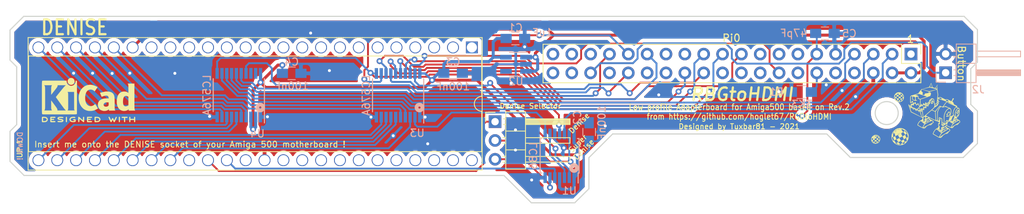
<source format=kicad_pcb>
(kicad_pcb (version 20171130) (host pcbnew 5.1.9-73d0e3b20d~88~ubuntu18.04.1)
  (layers (0 F.Cu signal) (31 B.Cu signal) (34 B.Paste user) (35 F.Paste user) (36 B.SilkS user) (37 F.SilkS user) (38 B.Mask user) (39 F.Mask user) (44 Edge.Cuts user))
  (net 0 "")
  (net 1 GND)
  (net 2 DRD7)
  (net 3 B0)
  (net 4 DRD8)
  (net 5 R3)
  (net 6 DRD9)
  (net 7 R2)
  (net 8 DRD10)
  (net 9 R1)
  (net 10 DRD11)
  (net 11 R0)
  (net 12 DRD12)
  (net 13 +5V)
  (net 14 DRD13)
  (net 15 BURST)
  (net 16 DRD14)
  (net 17 RGA1)
  (net 18 DRD15)
  (net 19 RGA2)
  (net 20 M1V)
  (net 21 RGA3)
  (net 22 M0V)
  (net 23 RGA4)
  (net 24 RGA5)
  (net 25 CCK)
  (net 26 RGA6)
  (net 27 RGA7)
  (net 28 RGA8)
  (net 29 PIXELS)
  (net 30 M0H)
  (net 31 M1H)
  (net 32 G3)
  (net 33 DRD0)
  (net 34 G2)
  (net 35 DRD1)
  (net 36 G1)
  (net 37 DRD2)
  (net 38 G0)
  (net 39 DRD3)
  (net 40 B3)
  (net 41 DRD4)
  (net 42 B2)
  (net 43 DRD5)
  (net 44 B1)
  (net 45 DRD6)
  (net 46 "Net-(J1-Pad40)")
  (net 47 "Net-(J1-Pad39)")
  (net 48 "Net-(J1-Pad38)")
  (net 49 "Net-(J1-Pad37)")
  (net 50 "Net-(J1-Pad36)")
  (net 51 "Net-(J1-Pad35)")
  (net 52 "Net-(J1-Pad34)")
  (net 53 PIR3)
  (net 54 PIR2)
  (net 55 PIG0)
  (net 56 "Net-(J1-Pad30)")
  (net 57 PIB3)
  (net 58 "Net-(J1-Pad28)")
  (net 59 "Net-(J1-Pad27)")
  (net 60 PIG1)
  (net 61 "Net-(J1-Pad25)")
  (net 62 PIG2)
  (net 63 "Net-(J1-Pad22)")
  (net 64 PIG3)
  (net 65 "Net-(J1-Pad20)")
  (net 66 PIR0)
  (net 67 "Net-(J1-Pad18)")
  (net 68 "Net-(J1-Pad17)")
  (net 69 PIBLANK)
  (net 70 "Net-(J1-Pad15)")
  (net 71 "Net-(J1-Pad14)")
  (net 72 "Net-(J1-Pad13)")
  (net 73 "Net-(J1-Pad12)")
  (net 74 PICLK)
  (net 75 "Net-(J1-Pad10)")
  (net 76 "Net-(J1-Pad8)")
  (net 77 PIB2)
  (net 78 PIB1)
  (net 79 PIB0)
  (net 80 "Net-(J1-Pad1)")
  (net 81 "Net-(JP1-Pad3)")
  (net 82 "Net-(JP1-Pad2)")
  (net 83 CDAC)
  (net 84 +3V3)
  (net 85 "Net-(U1-Pad11)")
  (net 86 "Net-(U1-Pad3)")
  (net 87 7M)
  (net 88 "Net-(U1-Pad2)")
  (net 89 "Net-(U2-Pad4)")
  (net 90 PIR1)
  (net 91 BLANK)
  (net 92 "Net-(U4-Pad18)")
  (net 93 "Net-(U4-Pad19)")
  (module MegaChip:Silver8 (layer F.Cu) (at 196.5 63.57)
    (fp_text reference G*** hide)
    (fp_text value LOGO hide)
  )
  (module Capacitors_SMD:C_0805_HandSoldering (layer B.Cu) (at 184.99 52.45)
    (fp_text reference C5 (at 3.29 0.02 180) (layer B.SilkS) (effects (justify mirror)))
    (fp_text value 47pF (at -4.2 -0.02 180) (layer B.SilkS) (effects (justify mirror)))
    (pad 2 smd rect (at 1.25 0) (size 1.5 1.25) (layers B.Cu B.Paste B.Mask) (net 1 GND))
    (pad 1 smd rect (at -1.25 0) (size 1.5 1.25) (layers B.Cu B.Paste B.Mask) (net 74 PICLK))
  )
  (module Housings_DIP:DIP-48_W15.24mm_Socket (layer F.Cu) (at 137.4 54.35 270)
    (fp_text reference DENISE (at -2.7 53.55 180) (layer F.SilkS) (effects (font (size 2 1.7) (thickness 0.3))))
    (fp_text value DENISE_DIP-LABEL)
    (pad 48 thru_hole oval (at 15.24 0 270) (size 1.6 1.6) (drill 1.36) (layers *.Cu *.Mask) (net 2 DRD7))
    (pad 24 thru_hole oval (at 0 58.42 270) (size 1.6 1.6) (drill 1.36) (layers *.Cu *.Mask) (net 3 B0))
    (pad 47 thru_hole oval (at 15.24 2.54 270) (size 1.6 1.6) (drill 1.36) (layers *.Cu *.Mask) (net 4 DRD8))
    (pad 23 thru_hole oval (at 0 55.88 270) (size 1.6 1.6) (drill 1.36) (layers *.Cu *.Mask) (net 5 R3))
    (pad 46 thru_hole oval (at 15.24 5.08 270) (size 1.6 1.6) (drill 1.36) (layers *.Cu *.Mask) (net 6 DRD9))
    (pad 22 thru_hole oval (at 0 53.34 270) (size 1.6 1.6) (drill 1.36) (layers *.Cu *.Mask) (net 7 R2))
    (pad 45 thru_hole oval (at 15.24 7.62 270) (size 1.6 1.6) (drill 1.36) (layers *.Cu *.Mask) (net 8 DRD10))
    (pad 21 thru_hole oval (at 0 50.8 270) (size 1.6 1.6) (drill 1.36) (layers *.Cu *.Mask) (net 9 R1))
    (pad 44 thru_hole oval (at 15.24 10.16 270) (size 1.6 1.6) (drill 1.36) (layers *.Cu *.Mask) (net 10 DRD11))
    (pad 20 thru_hole oval (at 0 48.26 270) (size 1.6 1.6) (drill 1.36) (layers *.Cu *.Mask) (net 11 R0))
    (pad 43 thru_hole oval (at 15.24 12.7 270) (size 1.6 1.6) (drill 1.36) (layers *.Cu *.Mask) (net 12 DRD12))
    (pad 19 thru_hole oval (at 0 45.72 270) (size 1.6 1.6) (drill 1.36) (layers *.Cu *.Mask) (net 13 +5V))
    (pad 42 thru_hole oval (at 15.24 15.24 270) (size 1.6 1.6) (drill 1.36) (layers *.Cu *.Mask) (net 14 DRD13))
    (pad 18 thru_hole oval (at 0 43.18 270) (size 1.6 1.6) (drill 1.36) (layers *.Cu *.Mask) (net 15 BURST))
    (pad 41 thru_hole oval (at 15.24 17.78 270) (size 1.6 1.6) (drill 1.36) (layers *.Cu *.Mask) (net 16 DRD14))
    (pad 17 thru_hole oval (at 0 40.64 270) (size 1.6 1.6) (drill 1.36) (layers *.Cu *.Mask) (net 17 RGA1))
    (pad 40 thru_hole oval (at 15.24 20.32 270) (size 1.6 1.6) (drill 1.36) (layers *.Cu *.Mask) (net 18 DRD15))
    (pad 16 thru_hole oval (at 0 38.1 270) (size 1.6 1.6) (drill 1.36) (layers *.Cu *.Mask) (net 19 RGA2))
    (pad 39 thru_hole oval (at 15.24 22.86 270) (size 1.6 1.6) (drill 1.36) (layers *.Cu *.Mask) (net 20 M1V))
    (pad 15 thru_hole oval (at 0 35.56 270) (size 1.6 1.6) (drill 1.36) (layers *.Cu *.Mask) (net 21 RGA3))
    (pad 38 thru_hole oval (at 15.24 25.4 270) (size 1.6 1.6) (drill 1.36) (layers *.Cu *.Mask) (net 22 M0V))
    (pad 14 thru_hole oval (at 0 33.02 270) (size 1.6 1.6) (drill 1.36) (layers *.Cu *.Mask) (net 23 RGA4))
    (pad 37 thru_hole oval (at 15.24 27.94 270) (size 1.6 1.6) (drill 1.36) (layers *.Cu *.Mask) (net 1 GND))
    (pad 13 thru_hole oval (at 0 30.48 270) (size 1.6 1.6) (drill 1.36) (layers *.Cu *.Mask) (net 24 RGA5))
    (pad 36 thru_hole oval (at 15.24 30.48 270) (size 1.6 1.6) (drill 1.36) (layers *.Cu *.Mask) (net 25 CCK))
    (pad 12 thru_hole oval (at 0 27.94 270) (size 1.6 1.6) (drill 1.36) (layers *.Cu *.Mask) (net 26 RGA6))
    (pad 35 thru_hole oval (at 15.24 33.02 270) (size 1.6 1.6) (drill 1.36) (layers *.Cu *.Mask) (net 87 7M))
    (pad 11 thru_hole oval (at 0 25.4 270) (size 1.6 1.6) (drill 1.36) (layers *.Cu *.Mask) (net 27 RGA7))
    (pad 34 thru_hole oval (at 15.24 35.56 270) (size 1.6 1.6) (drill 1.36) (layers *.Cu *.Mask) (net 83 CDAC))
    (pad 10 thru_hole oval (at 0 22.86 270) (size 1.6 1.6) (drill 1.36) (layers *.Cu *.Mask) (net 28 RGA8))
    (pad 33 thru_hole oval (at 15.24 38.1 270) (size 1.6 1.6) (drill 1.36) (layers *.Cu *.Mask) (net 29 PIXELS))
    (pad 9 thru_hole oval (at 0 20.32 270) (size 1.6 1.6) (drill 1.36) (layers *.Cu *.Mask) (net 30 M0H))
    (pad 32 thru_hole oval (at 15.24 40.64 270) (size 1.6 1.6) (drill 1.36) (layers *.Cu *.Mask) (net 91 BLANK))
    (pad 8 thru_hole oval (at 0 17.78 270) (size 1.6 1.6) (drill 1.36) (layers *.Cu *.Mask) (net 31 M1H))
    (pad 31 thru_hole oval (at 15.24 43.18 270) (size 1.6 1.6) (drill 1.36) (layers *.Cu *.Mask) (net 32 G3))
    (pad 7 thru_hole oval (at 0 15.24 270) (size 1.6 1.6) (drill 1.36) (layers *.Cu *.Mask) (net 33 DRD0))
    (pad 30 thru_hole oval (at 15.24 45.72 270) (size 1.6 1.6) (drill 1.36) (layers *.Cu *.Mask) (net 34 G2))
    (pad 6 thru_hole oval (at 0 12.7 270) (size 1.6 1.6) (drill 1.36) (layers *.Cu *.Mask) (net 35 DRD1))
    (pad 29 thru_hole oval (at 15.24 48.26 270) (size 1.6 1.6) (drill 1.36) (layers *.Cu *.Mask) (net 36 G1))
    (pad 5 thru_hole oval (at 0 10.16 270) (size 1.6 1.6) (drill 1.36) (layers *.Cu *.Mask) (net 37 DRD2))
    (pad 28 thru_hole oval (at 15.24 50.8 270) (size 1.6 1.6) (drill 1.36) (layers *.Cu *.Mask) (net 38 G0))
    (pad 4 thru_hole oval (at 0 7.62 270) (size 1.6 1.6) (drill 1.36) (layers *.Cu *.Mask) (net 39 DRD3))
    (pad 27 thru_hole oval (at 15.24 53.34 270) (size 1.6 1.6) (drill 1.36) (layers *.Cu *.Mask) (net 40 B3))
    (pad 3 thru_hole oval (at 0 5.08 270) (size 1.6 1.6) (drill 1.36) (layers *.Cu *.Mask) (net 41 DRD4))
    (pad 26 thru_hole oval (at 15.24 55.88 270) (size 1.6 1.6) (drill 1.36) (layers *.Cu *.Mask) (net 42 B2))
    (pad 2 thru_hole oval (at 0 2.54 270) (size 1.6 1.6) (drill 1.36) (layers *.Cu *.Mask) (net 43 DRD5))
    (pad 25 thru_hole oval (at 15.24 58.42 270) (size 1.6 1.6) (drill 1.36) (layers *.Cu *.Mask) (net 44 B1))
    (pad 1 thru_hole rect (at 0 0 270) (size 1.6 1.6) (drill 1.36) (layers *.Cu *.Mask) (net 45 DRD6))
  )
  (module Housings_SSOP:TSSOP-14_4.4x5mm_Pitch0.65mm (layer B.Cu) (at 149.23 68.99 90)
    (fp_text reference U1 (at -4.73 1.31) (layer B.SilkS) (effects (justify mirror)))
    (fp_text value LC86 (at 0 -3.55 270) (layer B.SilkS) (effects (justify mirror)))
    (pad 14 smd rect (at 2.95 1.95 90) (size 1.45 0.45) (layers B.Cu B.Paste B.Mask) (net 84 +3V3))
    (pad 13 smd rect (at 2.95 1.3 90) (size 1.45 0.45) (layers B.Cu B.Paste B.Mask) (net 82 "Net-(JP1-Pad2)"))
    (pad 12 smd rect (at 2.95 0.65 90) (size 1.45 0.45) (layers B.Cu B.Paste B.Mask) (net 74 PICLK))
    (pad 11 smd rect (at 2.95 0 90) (size 1.45 0.45) (layers B.Cu B.Paste B.Mask) (net 85 "Net-(U1-Pad11)"))
    (pad 10 smd rect (at 2.95 -0.65 90) (size 1.45 0.45) (layers B.Cu B.Paste B.Mask) (net 1 GND))
    (pad 9 smd rect (at 2.95 -1.3 90) (size 1.45 0.45) (layers B.Cu B.Paste B.Mask) (net 86 "Net-(U1-Pad3)"))
    (pad 8 smd rect (at 2.95 -1.95 90) (size 1.45 0.45) (layers B.Cu B.Paste B.Mask) (net 74 PICLK))
    (pad 7 smd rect (at -2.95 -1.95 90) (size 1.45 0.45) (layers B.Cu B.Paste B.Mask) (net 1 GND))
    (pad 6 smd rect (at -2.95 -1.3 90) (size 1.45 0.45) (layers B.Cu B.Paste B.Mask) (net 81 "Net-(JP1-Pad3)"))
    (pad 5 smd rect (at -2.95 -0.65 90) (size 1.45 0.45) (layers B.Cu B.Paste B.Mask) (net 87 7M))
    (pad 4 smd rect (at -2.95 0 90) (size 1.45 0.45) (layers B.Cu B.Paste B.Mask) (net 84 +3V3))
    (pad 3 smd rect (at -2.95 0.65 90) (size 1.45 0.45) (layers B.Cu B.Paste B.Mask) (net 86 "Net-(U1-Pad3)"))
    (pad 2 smd rect (at -2.95 1.3 90) (size 1.45 0.45) (layers B.Cu B.Paste B.Mask) (net 88 "Net-(U1-Pad2)"))
    (pad 1 smd rect (at -2.95 1.95 90) (size 1.45 0.45) (layers B.Cu B.Paste B.Mask) (net 84 +3V3))
  )
  (module Symbols:KiCad-Logo2_6mm_SilkScreen (layer F.Cu) (at 85.73 61.45)
    (fp_text reference REF*** hide)
    (fp_text value KiCad-Logo2_6mm_SilkScreen hide)
  )
  (module Capacitors_SMD:C_0805_HandSoldering (layer B.Cu) (at 143.27 53.14)
    (fp_text reference C1 (at 0.01 -1.46) (layer B.SilkS) (effects (justify mirror)))
    (fp_text value 1uF (at 3.65 -0.8) (layer B.SilkS) (effects (justify mirror)))
    (pad 2 smd rect (at 1.25 0) (size 1.5 1.25) (layers B.Cu B.Paste B.Mask) (net 1 GND))
    (pad 1 smd rect (at -1.25 0) (size 1.5 1.25) (layers B.Cu B.Paste B.Mask) (net 84 +3V3))
  )
  (module Capacitors_SMD:C_0805_HandSoldering (layer B.Cu) (at 153.21 65.78 270)
    (fp_text reference C2 (at -1.96 1.58 270) (layer B.SilkS) (effects (justify mirror)))
    (fp_text value 100nF (at -1.26 -1.7 270) (layer B.SilkS) (effects (justify mirror)))
    (pad 1 smd rect (at -1.25 0 270) (size 1.5 1.25) (layers B.Cu B.Paste B.Mask) (net 84 +3V3))
    (pad 2 smd rect (at 1.25 0 270) (size 1.5 1.25) (layers B.Cu B.Paste B.Mask) (net 1 GND))
  )
  (module Capacitors_SMD:C_0805_HandSoldering (layer B.Cu) (at 134.87 57.83)
    (fp_text reference C3 (at 0 -1.53 180) (layer B.SilkS) (effects (justify mirror)))
    (fp_text value 100nF (at -0.04 1.8 180) (layer B.SilkS) (effects (justify mirror)))
    (pad 2 smd rect (at 1.25 0) (size 1.5 1.25) (layers B.Cu B.Paste B.Mask) (net 1 GND))
    (pad 1 smd rect (at -1.25 0) (size 1.5 1.25) (layers B.Cu B.Paste B.Mask) (net 84 +3V3))
  )
  (module Capacitors_SMD:C_0805_HandSoldering (layer B.Cu) (at 113.11 57.85)
    (fp_text reference C4 (at 0 -1.54 180) (layer B.SilkS) (effects (justify mirror)))
    (fp_text value 100nF (at 0.01 1.71 180) (layer B.SilkS) (effects (justify mirror)))
    (pad 1 smd rect (at -1.25 0) (size 1.5 1.25) (layers B.Cu B.Paste B.Mask) (net 84 +3V3))
    (pad 2 smd rect (at 1.25 0) (size 1.5 1.25) (layers B.Cu B.Paste B.Mask) (net 1 GND))
  )
  (module Pin_Headers:Pin_Header_Straight_2x20_Pitch2.54mm (layer F.Cu) (at 196.59 55.25 270)
    (fp_text reference Pi0 (at -2.16 24.2 180) (layer F.SilkS))
    (fp_text value Conn_02x20_Odd_Even)
    (pad 40 thru_hole oval (at 2.54 48.26 270) (size 1.7 1.7) (drill 1) (layers *.Cu *.Mask) (net 46 "Net-(J1-Pad40)"))
    (pad 39 thru_hole oval (at 0 48.26 270) (size 1.7 1.7) (drill 1) (layers *.Cu *.Mask) (net 47 "Net-(J1-Pad39)"))
    (pad 38 thru_hole oval (at 2.54 45.72 270) (size 1.7 1.7) (drill 1) (layers *.Cu *.Mask) (net 48 "Net-(J1-Pad38)"))
    (pad 37 thru_hole oval (at 0 45.72 270) (size 1.7 1.7) (drill 1) (layers *.Cu *.Mask) (net 49 "Net-(J1-Pad37)"))
    (pad 36 thru_hole oval (at 2.54 43.18 270) (size 1.7 1.7) (drill 1) (layers *.Cu *.Mask) (net 50 "Net-(J1-Pad36)"))
    (pad 35 thru_hole oval (at 0 43.18 270) (size 1.7 1.7) (drill 1) (layers *.Cu *.Mask) (net 51 "Net-(J1-Pad35)"))
    (pad 34 thru_hole oval (at 2.54 40.64 270) (size 1.7 1.7) (drill 1) (layers *.Cu *.Mask) (net 52 "Net-(J1-Pad34)"))
    (pad 33 thru_hole oval (at 0 40.64 270) (size 1.7 1.7) (drill 1) (layers *.Cu *.Mask) (net 53 PIR3))
    (pad 32 thru_hole oval (at 2.54 38.1 270) (size 1.7 1.7) (drill 1) (layers *.Cu *.Mask) (net 54 PIR2))
    (pad 31 thru_hole oval (at 0 38.1 270) (size 1.7 1.7) (drill 1) (layers *.Cu *.Mask) (net 55 PIG0))
    (pad 30 thru_hole oval (at 2.54 35.56 270) (size 1.7 1.7) (drill 1) (layers *.Cu *.Mask) (net 56 "Net-(J1-Pad30)"))
    (pad 29 thru_hole oval (at 0 35.56 270) (size 1.7 1.7) (drill 1) (layers *.Cu *.Mask) (net 57 PIB3))
    (pad 28 thru_hole oval (at 2.54 33.02 270) (size 1.7 1.7) (drill 1) (layers *.Cu *.Mask) (net 58 "Net-(J1-Pad28)"))
    (pad 27 thru_hole oval (at 0 33.02 270) (size 1.7 1.7) (drill 1) (layers *.Cu *.Mask) (net 59 "Net-(J1-Pad27)"))
    (pad 26 thru_hole oval (at 2.54 30.48 270) (size 1.7 1.7) (drill 1) (layers *.Cu *.Mask) (net 60 PIG1))
    (pad 25 thru_hole oval (at 0 30.48 270) (size 1.7 1.7) (drill 1) (layers *.Cu *.Mask) (net 61 "Net-(J1-Pad25)"))
    (pad 24 thru_hole oval (at 2.54 27.94 270) (size 1.7 1.7) (drill 1) (layers *.Cu *.Mask) (net 62 PIG2))
    (pad 23 thru_hole oval (at 0 27.94 270) (size 1.7 1.7) (drill 1) (layers *.Cu *.Mask) (net 90 PIR1))
    (pad 22 thru_hole oval (at 2.54 25.4 270) (size 1.7 1.7) (drill 1) (layers *.Cu *.Mask) (net 63 "Net-(J1-Pad22)"))
    (pad 21 thru_hole oval (at 0 25.4 270) (size 1.7 1.7) (drill 1) (layers *.Cu *.Mask) (net 64 PIG3))
    (pad 20 thru_hole oval (at 2.54 22.86 270) (size 1.7 1.7) (drill 1) (layers *.Cu *.Mask) (net 65 "Net-(J1-Pad20)"))
    (pad 19 thru_hole oval (at 0 22.86 270) (size 1.7 1.7) (drill 1) (layers *.Cu *.Mask) (net 66 PIR0))
    (pad 18 thru_hole oval (at 2.54 20.32 270) (size 1.7 1.7) (drill 1) (layers *.Cu *.Mask) (net 67 "Net-(J1-Pad18)"))
    (pad 17 thru_hole oval (at 0 20.32 270) (size 1.7 1.7) (drill 1) (layers *.Cu *.Mask) (net 68 "Net-(J1-Pad17)"))
    (pad 16 thru_hole oval (at 2.54 17.78 270) (size 1.7 1.7) (drill 1) (layers *.Cu *.Mask) (net 69 PIBLANK))
    (pad 15 thru_hole oval (at 0 17.78 270) (size 1.7 1.7) (drill 1) (layers *.Cu *.Mask) (net 70 "Net-(J1-Pad15)"))
    (pad 14 thru_hole oval (at 2.54 15.24 270) (size 1.7 1.7) (drill 1) (layers *.Cu *.Mask) (net 71 "Net-(J1-Pad14)"))
    (pad 13 thru_hole oval (at 0 15.24 270) (size 1.7 1.7) (drill 1) (layers *.Cu *.Mask) (net 72 "Net-(J1-Pad13)"))
    (pad 12 thru_hole oval (at 2.54 12.7 270) (size 1.7 1.7) (drill 1) (layers *.Cu *.Mask) (net 73 "Net-(J1-Pad12)"))
    (pad 11 thru_hole oval (at 0 12.7 270) (size 1.7 1.7) (drill 1) (layers *.Cu *.Mask) (net 74 PICLK))
    (pad 10 thru_hole oval (at 2.54 10.16 270) (size 1.7 1.7) (drill 1) (layers *.Cu *.Mask) (net 75 "Net-(J1-Pad10)"))
    (pad 9 thru_hole oval (at 0 10.16 270) (size 1.7 1.7) (drill 1) (layers *.Cu *.Mask) (net 1 GND))
    (pad 8 thru_hole oval (at 2.54 7.62 270) (size 1.7 1.7) (drill 1) (layers *.Cu *.Mask) (net 76 "Net-(J1-Pad8)"))
    (pad 7 thru_hole oval (at 0 7.62 270) (size 1.7 1.7) (drill 1) (layers *.Cu *.Mask) (net 77 PIB2))
    (pad 6 thru_hole oval (at 2.54 5.08 270) (size 1.7 1.7) (drill 1) (layers *.Cu *.Mask) (net 1 GND))
    (pad 5 thru_hole oval (at 0 5.08 270) (size 1.7 1.7) (drill 1) (layers *.Cu *.Mask) (net 78 PIB1))
    (pad 4 thru_hole oval (at 2.54 2.54 270) (size 1.7 1.7) (drill 1) (layers *.Cu *.Mask) (net 13 +5V))
    (pad 3 thru_hole oval (at 0 2.54 270) (size 1.7 1.7) (drill 1) (layers *.Cu *.Mask) (net 79 PIB0))
    (pad 2 thru_hole oval (at 2.54 0 270) (size 1.7 1.7) (drill 1) (layers *.Cu *.Mask) (net 13 +5V))
    (pad 1 thru_hole rect (at 0 0 270) (size 1.7 1.7) (drill 1) (layers *.Cu *.Mask) (net 80 "Net-(J1-Pad1)"))
  )
  (module Pin_Headers:Pin_Header_Angled_1x02_Pitch2.54mm (layer B.Cu) (at 201.26 57.77)
    (fp_text reference J2 (at 4.385 2.27) (layer B.SilkS) (effects (justify mirror)))
    (fp_text value Conn_01x02)
    (pad 2 thru_hole oval (at 0 -2.54) (size 1.7 1.7) (drill 1) (layers *.Cu *.Mask) (net 1 GND))
    (pad 1 thru_hole rect (at 0 0) (size 1.7 1.7) (drill 1) (layers *.Cu *.Mask) (net 50 "Net-(J1-Pad36)"))
  )
  (module Pin_Headers:Pin_Header_Angled_1x03_Pitch2.54mm (layer F.Cu) (at 140.53 64.38)
    (fp_text reference "Denise Selector" (at 4.75 -2.11) (layer F.SilkS) (effects (font (size 0.7 0.7) (thickness 0.12))))
    (fp_text value JUMPER3)
    (pad 3 thru_hole oval (at 0 5.08) (size 1.7 1.7) (drill 1) (layers *.Cu *.Mask) (net 81 "Net-(JP1-Pad3)"))
    (pad 2 thru_hole oval (at 0 2.54) (size 1.7 1.7) (drill 1) (layers *.Cu *.Mask) (net 82 "Net-(JP1-Pad2)"))
    (pad 1 thru_hole rect (at 0 0) (size 1.7 1.7) (drill 1) (layers *.Cu *.Mask) (net 83 CDAC))
  )
  (module Resistors_SMD:R_0805_HandSoldering (layer B.Cu) (at 181.82 60.38 180)
    (fp_text reference R1 (at 3.37 0.01) (layer B.SilkS) (effects (justify mirror)))
    (fp_text value 3K3 (at -0.1 -1.65) (layer B.SilkS) (effects (justify mirror)))
    (pad 2 smd rect (at 1.35 0 180) (size 1.5 1.3) (layers B.Cu B.Paste B.Mask) (net 1 GND))
    (pad 1 smd rect (at -1.35 0 180) (size 1.5 1.3) (layers B.Cu B.Paste B.Mask) (net 73 "Net-(J1-Pad12)"))
  )
  (module TO_SOT_Packages_SMD:SOT-23-5_HandSoldering (layer B.Cu) (at 143.35 56.62 180)
    (fp_text reference U2 (at 0 -2.33) (layer B.SilkS) (effects (justify mirror)))
    (fp_text value TLV70033_SOT23-5)
    (pad 5 smd rect (at 1.35 0.95 180) (size 1.56 0.65) (layers B.Cu B.Paste B.Mask) (net 84 +3V3))
    (pad 4 smd rect (at 1.35 -0.95 180) (size 1.56 0.65) (layers B.Cu B.Paste B.Mask) (net 89 "Net-(U2-Pad4)"))
    (pad 3 smd rect (at -1.35 -0.95 180) (size 1.56 0.65) (layers B.Cu B.Paste B.Mask) (net 13 +5V))
    (pad 2 smd rect (at -1.35 0 180) (size 1.56 0.65) (layers B.Cu B.Paste B.Mask) (net 1 GND))
    (pad 1 smd rect (at -1.35 0.95 180) (size 1.56 0.65) (layers B.Cu B.Paste B.Mask) (net 13 +5V))
  )
  (module Housings_SSOP:TSSOP-20_4.4x6.5mm_Pitch0.65mm (layer B.Cu) (at 127.46 60.82 90)
    (fp_text reference U3 (at -5.1 2.57) (layer B.SilkS) (effects (justify mirror)))
    (fp_text value LC576A (at 0 -4.3 270) (layer B.SilkS) (effects (justify mirror)))
    (pad 20 smd rect (at 2.95 2.925 90) (size 1.45 0.45) (layers B.Cu B.Paste B.Mask) (net 84 +3V3))
    (pad 19 smd rect (at 2.95 2.275 90) (size 1.45 0.45) (layers B.Cu B.Paste B.Mask) (net 88 "Net-(U1-Pad2)"))
    (pad 18 smd rect (at 2.95 1.625 90) (size 1.45 0.45) (layers B.Cu B.Paste B.Mask) (net 69 PIBLANK))
    (pad 17 smd rect (at 2.95 0.975 90) (size 1.45 0.45) (layers B.Cu B.Paste B.Mask) (net 66 PIR0))
    (pad 16 smd rect (at 2.95 0.325 90) (size 1.45 0.45) (layers B.Cu B.Paste B.Mask) (net 90 PIR1))
    (pad 15 smd rect (at 2.95 -0.325 90) (size 1.45 0.45) (layers B.Cu B.Paste B.Mask) (net 64 PIG3))
    (pad 14 smd rect (at 2.95 -0.975 90) (size 1.45 0.45) (layers B.Cu B.Paste B.Mask) (net 62 PIG2))
    (pad 13 smd rect (at 2.95 -1.625 90) (size 1.45 0.45) (layers B.Cu B.Paste B.Mask) (net 60 PIG1))
    (pad 12 smd rect (at 2.95 -2.275 90) (size 1.45 0.45) (layers B.Cu B.Paste B.Mask) (net 55 PIG0))
    (pad 11 smd rect (at 2.95 -2.925 90) (size 1.45 0.45) (layers B.Cu B.Paste B.Mask) (net 85 "Net-(U1-Pad11)"))
    (pad 10 smd rect (at -2.95 -2.925 90) (size 1.45 0.45) (layers B.Cu B.Paste B.Mask) (net 1 GND))
    (pad 9 smd rect (at -2.95 -2.275 90) (size 1.45 0.45) (layers B.Cu B.Paste B.Mask) (net 38 G0))
    (pad 8 smd rect (at -2.95 -1.625 90) (size 1.45 0.45) (layers B.Cu B.Paste B.Mask) (net 36 G1))
    (pad 7 smd rect (at -2.95 -0.975 90) (size 1.45 0.45) (layers B.Cu B.Paste B.Mask) (net 34 G2))
    (pad 6 smd rect (at -2.95 -0.325 90) (size 1.45 0.45) (layers B.Cu B.Paste B.Mask) (net 32 G3))
    (pad 5 smd rect (at -2.95 0.325 90) (size 1.45 0.45) (layers B.Cu B.Paste B.Mask) (net 9 R1))
    (pad 4 smd rect (at -2.95 0.975 90) (size 1.45 0.45) (layers B.Cu B.Paste B.Mask) (net 11 R0))
    (pad 3 smd rect (at -2.95 1.625 90) (size 1.45 0.45) (layers B.Cu B.Paste B.Mask) (net 91 BLANK))
    (pad 2 smd rect (at -2.95 2.275 90) (size 1.45 0.45) (layers B.Cu B.Paste B.Mask) (net 74 PICLK))
    (pad 1 smd rect (at -2.95 2.925 90) (size 1.45 0.45) (layers B.Cu B.Paste B.Mask) (net 1 GND))
  )
  (module Housings_SSOP:TSSOP-20_4.4x6.5mm_Pitch0.65mm (layer B.Cu) (at 105.99 60.8 90)
    (fp_text reference U4 (at -5.19 2.49 180) (layer B.SilkS) (effects (justify mirror)))
    (fp_text value LC576A (at 0 -4.3 270) (layer B.SilkS) (effects (justify mirror)))
    (pad 1 smd rect (at -2.95 2.925 90) (size 1.45 0.45) (layers B.Cu B.Paste B.Mask) (net 1 GND))
    (pad 2 smd rect (at -2.95 2.275 90) (size 1.45 0.45) (layers B.Cu B.Paste B.Mask) (net 84 +3V3))
    (pad 3 smd rect (at -2.95 1.625 90) (size 1.45 0.45) (layers B.Cu B.Paste B.Mask) (net 84 +3V3))
    (pad 4 smd rect (at -2.95 0.975 90) (size 1.45 0.45) (layers B.Cu B.Paste B.Mask) (net 7 R2))
    (pad 5 smd rect (at -2.95 0.325 90) (size 1.45 0.45) (layers B.Cu B.Paste B.Mask) (net 5 R3))
    (pad 6 smd rect (at -2.95 -0.325 90) (size 1.45 0.45) (layers B.Cu B.Paste B.Mask) (net 40 B3))
    (pad 7 smd rect (at -2.95 -0.975 90) (size 1.45 0.45) (layers B.Cu B.Paste B.Mask) (net 42 B2))
    (pad 8 smd rect (at -2.95 -1.625 90) (size 1.45 0.45) (layers B.Cu B.Paste B.Mask) (net 44 B1))
    (pad 9 smd rect (at -2.95 -2.275 90) (size 1.45 0.45) (layers B.Cu B.Paste B.Mask) (net 3 B0))
    (pad 10 smd rect (at -2.95 -2.925 90) (size 1.45 0.45) (layers B.Cu B.Paste B.Mask) (net 1 GND))
    (pad 11 smd rect (at 2.95 -2.925 90) (size 1.45 0.45) (layers B.Cu B.Paste B.Mask) (net 85 "Net-(U1-Pad11)"))
    (pad 12 smd rect (at 2.95 -2.275 90) (size 1.45 0.45) (layers B.Cu B.Paste B.Mask) (net 79 PIB0))
    (pad 13 smd rect (at 2.95 -1.625 90) (size 1.45 0.45) (layers B.Cu B.Paste B.Mask) (net 78 PIB1))
    (pad 14 smd rect (at 2.95 -0.975 90) (size 1.45 0.45) (layers B.Cu B.Paste B.Mask) (net 77 PIB2))
    (pad 15 smd rect (at 2.95 -0.325 90) (size 1.45 0.45) (layers B.Cu B.Paste B.Mask) (net 57 PIB3))
    (pad 16 smd rect (at 2.95 0.325 90) (size 1.45 0.45) (layers B.Cu B.Paste B.Mask) (net 53 PIR3))
    (pad 17 smd rect (at 2.95 0.975 90) (size 1.45 0.45) (layers B.Cu B.Paste B.Mask) (net 54 PIR2))
    (pad 18 smd rect (at 2.95 1.625 90) (size 1.45 0.45) (layers B.Cu B.Paste B.Mask) (net 92 "Net-(U4-Pad18)"))
    (pad 19 smd rect (at 2.95 2.275 90) (size 1.45 0.45) (layers B.Cu B.Paste B.Mask) (net 93 "Net-(U4-Pad19)"))
    (pad 20 smd rect (at 2.95 2.925 90) (size 1.45 0.45) (layers B.Cu B.Paste B.Mask) (net 84 +3V3))
  )
  (gr_circle (center 193.32 63.22) (end 194.87 63.22) (layer Edge.Cuts) (width 0.15))
  (gr_line (start 156.38 66.04) (end 153.18 69.24) (layer Edge.Cuts) (width 0.15))
  (gr_line (start 153.18 73.45) (end 153.18 69.24) (layer Edge.Cuts) (width 0.15))
  (gr_text "DOWN !" (at 76.5 67.66 90) (layer B.SilkS) (effects (font (size 0.7 0.7) (thickness 0.12)) (justify mirror)))
  (gr_text "UP !" (at 76.46 68.13 90) (layer F.SilkS) (effects (font (size 0.7 0.7) (thickness 0.12))))
  (gr_text "Designed by Tuxbar81 - 2021" (at 181.65 65.03) (layer F.SilkS) (effects (font (size 0.7 0.7) (thickness 0.12)) (justify right)))
  (gr_line (start 145.42 75.34) (end 141.73 71.65) (layer Edge.Cuts) (width 0.15))
  (gr_line (start 153.18 73.45) (end 151.27 75.34) (layer Edge.Cuts) (width 0.15))
  (gr_line (start 185.23 66.04) (end 188.42 69.22) (layer Edge.Cuts) (width 0.15))
  (gr_line (start 185.23 66.04) (end 156.38 66.04) (layer Edge.Cuts) (width 0.15))
  (gr_line (start 75.15 52) (end 75.15 56.07) (layer Edge.Cuts) (width 0.15))
  (gr_line (start 75.15 56.07) (end 76.05 56.97) (layer Edge.Cuts) (width 0.15))
  (gr_line (start 76.05 56.97) (end 76.05 64.78) (layer Edge.Cuts) (width 0.15))
  (gr_line (start 75.15 65.68) (end 76.05 64.78) (layer Edge.Cuts) (width 0.15))
  (gr_line (start 203.64 69.22) (end 188.42 69.22) (layer Edge.Cuts) (width 0.15))
  (gr_line (start 203.75 50.15) (end 77 50.15) (layer Edge.Cuts) (width 0.15))
  (gr_line (start 204.65 62.05) (end 204.65 57.23) (layer Edge.Cuts) (width 0.15))
  (gr_line (start 205.55 56.33) (end 204.65 57.23) (layer Edge.Cuts) (width 0.15))
  (gr_line (start 205.55 56.33) (end 205.55 51.95) (layer Edge.Cuts) (width 0.15))
  (gr_line (start 205.55 62.95) (end 204.65 62.05) (layer Edge.Cuts) (width 0.15))
  (gr_line (start 151.27 75.34) (end 145.42 75.34) (layer Edge.Cuts) (width 0.15))
  (gr_line (start 205.55 67.33) (end 203.64 69.22) (layer Edge.Cuts) (width 0.15))
  (gr_circle (center 108.88 62.47) (end 109.03 62.47) (layer B.SilkS) (width 0.5))
  (gr_circle (center 130.34 62.47) (end 130.49 62.47) (layer B.SilkS) (width 0.5))
  (gr_circle (center 151.17 70.64) (end 151.32 70.64) (layer B.SilkS) (width 0.5))
  (gr_text RBGtoHDMI (at 173.8 60.68) (layer F.SilkS) (effects (font (size 1.7 1.7) (thickness 0.3) italic)))
  (gr_text "Insert me onto the DENISE socket of your Amiga 500 motherboard !" (at 99.4 67.45) (layer F.SilkS) (effects (font (size 0.8 0.8) (thickness 0.12))))
  (gr_text Button (at 203.4 56.53 270) (layer F.SilkS) (effects (font (size 1 1))))
  (gr_text Denise (at 151.87 64.59 45) (layer F.SilkS) (effects (font (size 0.7 0.7) (thickness 0.12))))
  (gr_text "Super\nDenise" (at 152.09 67.74 45) (layer F.SilkS) (effects (font (size 0.7 0.7) (thickness 0.12))))
  (gr_text 1 (at 196.52 53.22) (layer F.SilkS) (effects (font (size 1 1))))
  (gr_text "Low profile Adapterboard for Amiga500 based on Rev.2\nfrom https://github.com/hoglet67/RGBtoHDMI" (at 173.43 63.05) (layer F.SilkS) (effects (font (size 0.8 0.7) (thickness 0.12))))
  (gr_line (start 77.05 71.65) (end 75.15 69.75) (layer Edge.Cuts) (width 0.15))
  (gr_line (start 75.15 52) (end 77 50.15) (layer Edge.Cuts) (width 0.15))
  (gr_line (start 205.55 51.95) (end 203.75 50.15) (layer Edge.Cuts) (width 0.15))
  (gr_line (start 205.55 67.33) (end 205.55 62.95) (layer Edge.Cuts) (width 0.15))
  (gr_line (start 77.05 71.65) (end 141.73 71.65) (layer Edge.Cuts) (width 0.15))
  (gr_line (start 75.15 65.68) (end 75.15 69.75) (layer Edge.Cuts) (width 0.15))
  (via (at 109.85 63.72) (size 0.8) (drill 0.4) (layers F.Cu B.Cu) (net 1))
  (segment (start 108.915 63.75) (end 109.82 63.75) (width 0.25) (layer B.Cu) (net 1))
  (segment (start 109.82 63.75) (end 109.85 63.72) (width 0.25) (layer B.Cu) (net 1))
  (via (at 102.05 63.67) (size 0.8) (drill 0.4) (layers F.Cu B.Cu) (net 1))
  (segment (start 102.1 63.72) (end 102.05 63.67) (width 0.25) (layer F.Cu) (net 1))
  (segment (start 102.985 63.67) (end 103.065 63.75) (width 0.25) (layer B.Cu) (net 1))
  (segment (start 102.05 63.67) (end 102.985 63.67) (width 0.25) (layer B.Cu) (net 1))
  (via (at 131.1 63.76) (size 0.8) (drill 0.4) (layers F.Cu B.Cu) (net 1))
  (segment (start 130.385 63.77) (end 131.09 63.77) (width 0.25) (layer B.Cu) (net 1))
  (segment (start 131.09 63.77) (end 131.1 63.76) (width 0.25) (layer B.Cu) (net 1))
  (via (at 123.8 63.76) (size 0.8) (drill 0.4) (layers F.Cu B.Cu) (net 1))
  (segment (start 131.1 63.76) (end 123.8 63.76) (width 0.25) (layer F.Cu) (net 1))
  (segment (start 124.525 63.76) (end 124.535 63.77) (width 0.25) (layer B.Cu) (net 1))
  (segment (start 123.8 63.76) (end 124.525 63.76) (width 0.25) (layer B.Cu) (net 1))
  (segment (start 144.52 53.14) (end 144.52 54.27) (width 0.35) (layer B.Cu) (net 1))
  (segment (start 144.52 54.27) (end 144.515 54.275) (width 0.35) (layer B.Cu) (net 1))
  (segment (start 144.26 54.53) (end 143.7 54.53) (width 0.35) (layer B.Cu) (net 1))
  (segment (start 143.7 54.53) (end 143.32 54.91) (width 0.35) (layer B.Cu) (net 1))
  (segment (start 143.32 54.91) (end 143.32 56.41) (width 0.35) (layer B.Cu) (net 1))
  (segment (start 143.53 56.62) (end 144.7 56.62) (width 0.35) (layer B.Cu) (net 1))
  (segment (start 143.32 56.41) (end 143.53 56.62) (width 0.35) (layer B.Cu) (net 1))
  (via (at 97.37 57.85) (size 0.8) (drill 0.4) (layers F.Cu B.Cu) (net 1))
  (via (at 91.3 57.83) (size 0.8) (drill 0.4) (layers F.Cu B.Cu) (net 1))
  (via (at 88.91 57.86) (size 0.8) (drill 0.4) (layers F.Cu B.Cu) (net 1))
  (via (at 86.28 57.83) (size 0.8) (drill 0.4) (layers F.Cu B.Cu) (net 1))
  (via (at 83.72 57.83) (size 0.8) (drill 0.4) (layers F.Cu B.Cu) (net 1))
  (via (at 131.45 67.37) (size 0.8) (drill 0.4) (layers F.Cu B.Cu) (net 1))
  (via (at 185.17 59.41) (size 0.8) (drill 0.4) (layers F.Cu B.Cu) (net 1))
  (via (at 187.3 60.18) (size 0.8) (drill 0.4) (layers F.Cu B.Cu) (net 1))
  (via (at 189.12 60.99) (size 0.8) (drill 0.4) (layers F.Cu B.Cu) (net 1))
  (via (at 115.67 52.41) (size 0.8) (drill 0.4) (layers F.Cu B.Cu) (net 1))
  (via (at 118.2 57.48) (size 0.8) (drill 0.4) (layers F.Cu B.Cu) (net 1))
  (segment (start 118.2 57.48) (end 114.24 57.48) (width 0.25) (layer F.Cu) (net 1))
  (segment (start 114.24 57.48) (end 112.53 55.77) (width 0.25) (layer F.Cu) (net 1))
  (segment (start 112.53 55.77) (end 110.14 55.77) (width 0.25) (layer F.Cu) (net 1))
  (segment (start 108.06 57.85) (end 97.37 57.85) (width 0.25) (layer F.Cu) (net 1))
  (segment (start 110.14 55.77) (end 108.06 57.85) (width 0.25) (layer F.Cu) (net 1))
  (segment (start 148.58 66.846998) (end 149.653002 67.92) (width 0.25) (layer B.Cu) (net 1))
  (segment (start 148.58 66.04) (end 148.58 66.846998) (width 0.25) (layer B.Cu) (net 1))
  (via (at 149.8 67.92) (size 0.8) (drill 0.4) (layers F.Cu B.Cu) (net 1))
  (segment (start 149.653002 67.92) (end 149.8 67.92) (width 0.25) (layer B.Cu) (net 1))
  (via (at 178.78 60.33) (size 0.8) (drill 0.4) (layers F.Cu B.Cu) (net 1))
  (segment (start 178.78 60.33) (end 170.97 60.33) (width 0.25) (layer B.Cu) (net 1))
  (segment (start 170.26499 61.03501) (end 162.93501 61.03501) (width 0.25) (layer B.Cu) (net 1))
  (segment (start 170.97 60.33) (end 170.26499 61.03501) (width 0.25) (layer B.Cu) (net 1))
  (via (at 162.59 60.76) (size 0.8) (drill 0.4) (layers F.Cu B.Cu) (net 1))
  (segment (start 162.93501 61.03501) (end 162.66 60.76) (width 0.25) (layer B.Cu) (net 1))
  (segment (start 162.66 60.76) (end 162.59 60.76) (width 0.25) (layer B.Cu) (net 1))
  (segment (start 144.515 54.275) (end 144.26 54.53) (width 0.35) (layer B.Cu) (net 1))
  (via (at 144.515 54.275) (size 0.8) (drill 0.4) (layers F.Cu B.Cu) (net 1))
  (segment (start 136.12 57.83) (end 139.62 57.83) (width 0.25) (layer B.Cu) (net 1))
  (segment (start 140.83 56.62) (end 144.7 56.62) (width 0.25) (layer B.Cu) (net 1))
  (segment (start 139.62 57.83) (end 140.83 56.62) (width 0.25) (layer B.Cu) (net 1))
  (via (at 142.7 59.17) (size 0.8) (drill 0.4) (layers F.Cu B.Cu) (net 1))
  (segment (start 142.7 59.17) (end 143.11 58.76) (width 0.25) (layer B.Cu) (net 1))
  (segment (start 143.11 58.76) (end 143.22 58.76) (width 0.25) (layer B.Cu) (net 1))
  (segment (start 143.22 58.76) (end 143.31 58.67) (width 0.25) (layer B.Cu) (net 1))
  (segment (start 143.31 56.84) (end 143.53 56.62) (width 0.25) (layer B.Cu) (net 1))
  (segment (start 143.31 58.67) (end 143.31 56.84) (width 0.25) (layer B.Cu) (net 1))
  (via (at 126.8 66.28) (size 0.8) (drill 0.4) (layers F.Cu B.Cu) (net 1))
  (segment (start 147.28 71.96) (end 147.28 71.94) (width 0.25) (layer B.Cu) (net 1))
  (segment (start 147.27 71.95) (end 147.28 71.96) (width 0.25) (layer B.Cu) (net 1))
  (segment (start 190.32 60.99) (end 189.12 60.99) (width 0.25) (layer F.Cu) (net 1))
  (segment (start 191.51 57.79) (end 191.51 59.8) (width 0.4) (layer F.Cu) (net 1))
  (segment (start 191.51 59.8) (end 190.32 60.99) (width 0.25) (layer F.Cu) (net 1))
  (segment (start 186.43 52.64) (end 186.24 52.45) (width 0.25) (layer B.Cu) (net 1))
  (segment (start 186.43 55.25) (end 186.34 55.16) (width 0.4) (layer B.Cu) (net 1))
  (segment (start 186.34 52.73) (end 186.43 52.64) (width 0.4) (layer B.Cu) (net 1))
  (segment (start 186.34 55.16) (end 186.34 52.73) (width 0.4) (layer B.Cu) (net 1))
  (via (at 143.28 68.21) (size 0.8) (drill 0.4) (layers F.Cu B.Cu) (net 1))
  (via (at 145.46 72.26) (size 0.8) (drill 0.4) (layers F.Cu B.Cu) (net 1))
  (segment (start 145.78 71.94) (end 145.46 72.26) (width 0.25) (layer B.Cu) (net 1))
  (segment (start 147.28 71.94) (end 145.78 71.94) (width 0.25) (layer B.Cu) (net 1))
  (segment (start 153.21 67.03) (end 154.34 67.03) (width 0.25) (layer B.Cu) (net 1))
  (segment (start 154.34 67.03) (end 155.4 65.97) (width 0.25) (layer B.Cu) (net 1))
  (via (at 155.38 64.96) (size 0.8) (drill 0.4) (layers F.Cu B.Cu) (net 1))
  (segment (start 155.4 65.97) (end 155.4 64.98) (width 0.25) (layer B.Cu) (net 1))
  (segment (start 155.4 64.98) (end 155.38 64.96) (width 0.25) (layer B.Cu) (net 1))
  (segment (start 174.15 64.96) (end 178.78 60.33) (width 0.25) (layer F.Cu) (net 1))
  (segment (start 155.38 64.96) (end 174.15 64.96) (width 0.25) (layer F.Cu) (net 1))
  (via (at 143.28 65.49) (size 0.8) (drill 0.4) (layers F.Cu B.Cu) (net 1))
  (segment (start 145.46 72.89) (end 147.18 74.61) (width 0.25) (layer B.Cu) (net 1))
  (segment (start 145.46 72.26) (end 145.46 72.89) (width 0.25) (layer B.Cu) (net 1))
  (segment (start 153.21 68.19) (end 153.21 67.03) (width 0.25) (layer B.Cu) (net 1))
  (segment (start 147.18 74.61) (end 151.005 74.61) (width 0.25) (layer B.Cu) (net 1))
  (segment (start 151.005 74.61) (end 152.48 73.135) (width 0.25) (layer B.Cu) (net 1))
  (segment (start 152.48 73.135) (end 152.48 68.92) (width 0.25) (layer B.Cu) (net 1))
  (segment (start 152.48 68.92) (end 153.21 68.19) (width 0.25) (layer B.Cu) (net 1))
  (segment (start 152.48 71.87) (end 152.48 68.35) (width 0.25) (layer F.Cu) (net 1))
  (segment (start 152.05 67.92) (end 149.8 67.92) (width 0.25) (layer F.Cu) (net 1))
  (segment (start 145.46 72.26) (end 145.46 73.48) (width 0.25) (layer F.Cu) (net 1))
  (segment (start 145.46 73.48) (end 146.61 74.63) (width 0.25) (layer F.Cu) (net 1))
  (segment (start 146.61 74.63) (end 149.72 74.63) (width 0.25) (layer F.Cu) (net 1))
  (segment (start 149.72 74.63) (end 152.48 71.87) (width 0.25) (layer F.Cu) (net 1))
  (segment (start 152.48 68.35) (end 152.05 67.92) (width 0.25) (layer F.Cu) (net 1))
  (segment (start 103.440767 62.699999) (end 87.329999 62.699999) (width 0.25) (layer B.Cu) (net 3))
  (segment (start 87.329999 62.699999) (end 79.779999 55.149999) (width 0.25) (layer B.Cu) (net 3))
  (segment (start 103.715 62.974233) (end 103.440767 62.699999) (width 0.25) (layer B.Cu) (net 3))
  (segment (start 79.779999 55.149999) (end 78.98 54.35) (width 0.25) (layer B.Cu) (net 3))
  (segment (start 103.715 63.75) (end 103.715 62.974233) (width 0.25) (layer B.Cu) (net 3))
  (segment (start 89.419988 62.249988) (end 82.319999 55.149999) (width 0.25) (layer B.Cu) (net 5))
  (segment (start 106.150001 62.699999) (end 104.077176 62.699998) (width 0.25) (layer B.Cu) (net 5))
  (segment (start 106.315 63.75) (end 106.315 62.864998) (width 0.25) (layer B.Cu) (net 5))
  (segment (start 106.315 62.864998) (end 106.150001 62.699999) (width 0.25) (layer B.Cu) (net 5))
  (segment (start 103.627167 62.249988) (end 89.419988 62.249988) (width 0.25) (layer B.Cu) (net 5))
  (segment (start 104.077176 62.699998) (end 103.627167 62.249988) (width 0.25) (layer B.Cu) (net 5))
  (segment (start 82.319999 55.149999) (end 81.52 54.35) (width 0.25) (layer B.Cu) (net 5))
  (segment (start 103.813567 61.799977) (end 91.509977 61.799977) (width 0.25) (layer B.Cu) (net 7))
  (segment (start 91.509977 61.799977) (end 84.859999 55.149999) (width 0.25) (layer B.Cu) (net 7))
  (segment (start 104.263577 62.249988) (end 103.813567 61.799977) (width 0.25) (layer B.Cu) (net 7))
  (segment (start 106.3364 62.249989) (end 104.263577 62.249988) (width 0.25) (layer B.Cu) (net 7))
  (segment (start 106.965 63.75) (end 106.965 62.878589) (width 0.25) (layer B.Cu) (net 7))
  (segment (start 106.965 62.878589) (end 106.3364 62.249989) (width 0.25) (layer B.Cu) (net 7))
  (segment (start 84.859999 55.149999) (end 84.06 54.35) (width 0.25) (layer B.Cu) (net 7))
  (segment (start 107.332831 62.610011) (end 106.522799 61.799979) (width 0.25) (layer B.Cu) (net 9))
  (segment (start 106.522799 61.799979) (end 104.449977 61.799977) (width 0.25) (layer B.Cu) (net 9))
  (segment (start 127.600011 62.610011) (end 107.332831 62.610011) (width 0.25) (layer B.Cu) (net 9))
  (segment (start 127.785 63.77) (end 127.785 62.795) (width 0.25) (layer B.Cu) (net 9))
  (segment (start 104.449977 61.799977) (end 103.94 61.29) (width 0.25) (layer B.Cu) (net 9))
  (segment (start 127.785 62.795) (end 127.600011 62.610011) (width 0.25) (layer B.Cu) (net 9))
  (segment (start 103.94 61.29) (end 93.54 61.29) (width 0.25) (layer B.Cu) (net 9))
  (segment (start 93.54 61.29) (end 86.6 54.35) (width 0.25) (layer B.Cu) (net 9))
  (segment (start 104.657152 61.349974) (end 104.127179 60.82) (width 0.25) (layer B.Cu) (net 11))
  (segment (start 107.650078 62.16) (end 106.840053 61.349974) (width 0.25) (layer B.Cu) (net 11))
  (segment (start 127.8 62.16) (end 107.650078 62.16) (width 0.25) (layer B.Cu) (net 11))
  (segment (start 106.840053 61.349974) (end 104.657152 61.349974) (width 0.25) (layer B.Cu) (net 11))
  (segment (start 128.435 63.77) (end 128.435 62.795) (width 0.25) (layer B.Cu) (net 11))
  (segment (start 128.435 62.795) (end 127.8 62.16) (width 0.25) (layer B.Cu) (net 11))
  (segment (start 104.127179 60.82) (end 95.61 60.82) (width 0.25) (layer B.Cu) (net 11))
  (segment (start 95.61 60.82) (end 89.14 54.35) (width 0.25) (layer B.Cu) (net 11))
  (segment (start 144.7 57.57) (end 145.97 57.57) (width 0.4) (layer B.Cu) (net 13))
  (segment (start 145.97 57.57) (end 146.27 57.27) (width 0.4) (layer B.Cu) (net 13))
  (segment (start 146.27 57.27) (end 146.27 55.96) (width 0.4) (layer B.Cu) (net 13))
  (segment (start 145.98 55.67) (end 144.7 55.67) (width 0.4) (layer B.Cu) (net 13))
  (segment (start 146.27 55.96) (end 145.98 55.67) (width 0.4) (layer B.Cu) (net 13))
  (segment (start 145.97 55.66) (end 145.98 55.67) (width 0.25) (layer F.Cu) (net 13))
  (segment (start 145.97 55.12) (end 145.97 55.66) (width 0.4) (layer F.Cu) (net 13))
  (segment (start 148.4 52.69) (end 145.97 55.12) (width 0.4) (layer F.Cu) (net 13))
  (via (at 145.98 55.67) (size 0.8) (drill 0.4) (layers F.Cu B.Cu) (net 13))
  (segment (start 148.4 52.69) (end 148.4 52.66) (width 0.25) (layer F.Cu) (net 13))
  (segment (start 197.55 52.69) (end 148.4 52.69) (width 0.4) (layer F.Cu) (net 13))
  (segment (start 198.36 53.5) (end 197.55 52.69) (width 0.4) (layer F.Cu) (net 13))
  (segment (start 198.36 57.12) (end 198.36 53.5) (width 0.4) (layer F.Cu) (net 13))
  (segment (start 196.59 57.79) (end 197.69 57.79) (width 0.4) (layer F.Cu) (net 13))
  (segment (start 197.69 57.79) (end 198.36 57.12) (width 0.4) (layer F.Cu) (net 13))
  (segment (start 148.4 52.66) (end 146.65 50.91) (width 0.4) (layer F.Cu) (net 13))
  (segment (start 95.12 50.91) (end 91.68 54.35) (width 0.4) (layer F.Cu) (net 13))
  (segment (start 146.65 50.91) (end 95.12 50.91) (width 0.4) (layer F.Cu) (net 13))
  (segment (start 194.05 57.79) (end 196.59 57.79) (width 0.4) (layer F.Cu) (net 13))
  (segment (start 127.135 64.745) (end 124.35994 67.52006) (width 0.25) (layer B.Cu) (net 32))
  (segment (start 127.135 63.77) (end 127.135 64.745) (width 0.25) (layer B.Cu) (net 32))
  (segment (start 96.28994 67.52006) (end 94.22 69.59) (width 0.25) (layer B.Cu) (net 32))
  (segment (start 124.35994 67.52006) (end 96.28994 67.52006) (width 0.25) (layer B.Cu) (net 32))
  (segment (start 126.485 64.71782) (end 124.13277 67.07005) (width 0.25) (layer B.Cu) (net 34))
  (segment (start 126.485 63.77) (end 126.485 64.71782) (width 0.25) (layer B.Cu) (net 34))
  (segment (start 94.19995 67.07005) (end 91.68 69.59) (width 0.25) (layer B.Cu) (net 34))
  (segment (start 124.13277 67.07005) (end 94.19995 67.07005) (width 0.25) (layer B.Cu) (net 34))
  (segment (start 125.835 64.73141) (end 123.94637 66.62004) (width 0.25) (layer B.Cu) (net 36))
  (segment (start 125.835 63.77) (end 125.835 64.73141) (width 0.25) (layer B.Cu) (net 36))
  (segment (start 92.10996 66.62004) (end 89.14 69.59) (width 0.25) (layer B.Cu) (net 36))
  (segment (start 123.94637 66.62004) (end 92.10996 66.62004) (width 0.25) (layer B.Cu) (net 36))
  (segment (start 125.185 64.745) (end 123.75997 66.17003) (width 0.25) (layer B.Cu) (net 38))
  (segment (start 125.185 63.77) (end 125.185 64.745) (width 0.25) (layer B.Cu) (net 38))
  (segment (start 90.01997 66.17003) (end 86.6 69.59) (width 0.25) (layer B.Cu) (net 38))
  (segment (start 123.75997 66.17003) (end 90.01997 66.17003) (width 0.25) (layer B.Cu) (net 38))
  (segment (start 105.665 64.725) (end 104.66998 65.72002) (width 0.25) (layer B.Cu) (net 40))
  (segment (start 105.665 63.75) (end 105.665 64.725) (width 0.25) (layer B.Cu) (net 40))
  (segment (start 87.92998 65.72002) (end 84.06 69.59) (width 0.25) (layer B.Cu) (net 40))
  (segment (start 104.66998 65.72002) (end 87.92998 65.72002) (width 0.25) (layer B.Cu) (net 40))
  (segment (start 85.83999 65.27001) (end 81.52 69.59) (width 0.25) (layer B.Cu) (net 42))
  (segment (start 104.366402 65.27001) (end 85.83999 65.27001) (width 0.25) (layer B.Cu) (net 42))
  (segment (start 105.015 63.75) (end 105.015 64.621412) (width 0.25) (layer B.Cu) (net 42))
  (segment (start 105.015 64.621412) (end 104.366402 65.27001) (width 0.25) (layer B.Cu) (net 42))
  (segment (start 104.180002 64.82) (end 83.75 64.82) (width 0.25) (layer B.Cu) (net 44))
  (segment (start 104.365 63.75) (end 104.365 64.635002) (width 0.25) (layer B.Cu) (net 44))
  (segment (start 83.75 64.82) (end 78.98 69.59) (width 0.25) (layer B.Cu) (net 44))
  (segment (start 104.365 64.635002) (end 104.180002 64.82) (width 0.25) (layer B.Cu) (net 44))
  (segment (start 154.72 56.48) (end 153.41 57.79) (width 0.25) (layer B.Cu) (net 50))
  (segment (start 159.11 56.48) (end 154.72 56.48) (width 0.25) (layer B.Cu) (net 50))
  (segment (start 188.53 53.67) (end 187.605001 54.594999) (width 0.25) (layer B.Cu) (net 50))
  (segment (start 198.11 53.67) (end 188.53 53.67) (width 0.25) (layer B.Cu) (net 50))
  (segment (start 198.76 54.32) (end 198.11 53.67) (width 0.25) (layer B.Cu) (net 50))
  (segment (start 198.76 56.89) (end 198.76 54.32) (width 0.25) (layer B.Cu) (net 50))
  (segment (start 187.605001 54.594999) (end 187.605001 55.814001) (width 0.25) (layer B.Cu) (net 50))
  (segment (start 172.44 55.85) (end 172.44 54.63) (width 0.25) (layer B.Cu) (net 50))
  (segment (start 201.26 57.77) (end 199.64 57.77) (width 0.25) (layer B.Cu) (net 50))
  (segment (start 187.605001 55.814001) (end 186.879002 56.54) (width 0.25) (layer B.Cu) (net 50))
  (segment (start 171.6 53.79) (end 160.561 53.79) (width 0.25) (layer B.Cu) (net 50))
  (segment (start 160.561 53.79) (end 159.74 54.611) (width 0.25) (layer B.Cu) (net 50))
  (segment (start 186.879002 56.54) (end 173.13 56.54) (width 0.25) (layer B.Cu) (net 50))
  (segment (start 199.64 57.77) (end 198.76 56.89) (width 0.25) (layer B.Cu) (net 50))
  (segment (start 173.13 56.54) (end 172.44 55.85) (width 0.25) (layer B.Cu) (net 50))
  (segment (start 159.74 54.611) (end 159.74 55.85) (width 0.25) (layer B.Cu) (net 50))
  (segment (start 172.44 54.63) (end 171.6 53.79) (width 0.25) (layer B.Cu) (net 50))
  (segment (start 159.74 55.85) (end 159.11 56.48) (width 0.25) (layer B.Cu) (net 50))
  (via (at 154.09 60.54) (size 0.8) (drill 0.4) (layers F.Cu B.Cu) (net 53))
  (segment (start 154.69 56.51) (end 154.69 59.94) (width 0.25) (layer F.Cu) (net 53))
  (segment (start 155.95 55.25) (end 154.69 56.51) (width 0.25) (layer F.Cu) (net 53))
  (segment (start 154.69 59.94) (end 154.09 60.54) (width 0.25) (layer F.Cu) (net 53))
  (segment (start 128.759952 59.909951) (end 129.750001 60.9) (width 0.25) (layer B.Cu) (net 53))
  (segment (start 106.315 58.825) (end 106.589923 59.099923) (width 0.25) (layer B.Cu) (net 53))
  (segment (start 106.315 57.85) (end 106.315 58.825) (width 0.25) (layer B.Cu) (net 53))
  (segment (start 106.589923 59.099923) (end 107.772053 59.099923) (width 0.25) (layer B.Cu) (net 53))
  (segment (start 108.58208 59.90995) (end 128.759952 59.909951) (width 0.25) (layer B.Cu) (net 53))
  (segment (start 107.772053 59.099923) (end 108.58208 59.90995) (width 0.25) (layer B.Cu) (net 53))
  (segment (start 129.750001 60.9) (end 153.73 60.9) (width 0.25) (layer B.Cu) (net 53))
  (segment (start 153.73 60.9) (end 154.09 60.54) (width 0.25) (layer B.Cu) (net 53))
  (segment (start 155.830001 60.449999) (end 155.830001 60.56) (width 0.25) (layer F.Cu) (net 54))
  (via (at 155.830001 60.56) (size 0.8) (drill 0.4) (layers F.Cu B.Cu) (net 54))
  (segment (start 158.49 57.79) (end 155.830001 60.449999) (width 0.25) (layer F.Cu) (net 54))
  (segment (start 111.069939 59.459939) (end 128.94994 59.459941) (width 0.25) (layer B.Cu) (net 54))
  (segment (start 106.965 56.875) (end 107.36 56.48) (width 0.25) (layer B.Cu) (net 54))
  (segment (start 152.75641 60.430001) (end 153.386399 59.800012) (width 0.25) (layer B.Cu) (net 54))
  (segment (start 106.965 57.85) (end 106.965 56.875) (width 0.25) (layer B.Cu) (net 54))
  (segment (start 107.36 56.48) (end 109.77 56.48) (width 0.25) (layer B.Cu) (net 54))
  (segment (start 109.77 56.48) (end 110.44 57.15) (width 0.25) (layer B.Cu) (net 54))
  (segment (start 129.92 60.430001) (end 152.75641 60.430001) (width 0.25) (layer B.Cu) (net 54))
  (segment (start 110.44 57.15) (end 110.44 58.83) (width 0.25) (layer B.Cu) (net 54))
  (segment (start 110.44 58.83) (end 111.069939 59.459939) (width 0.25) (layer B.Cu) (net 54))
  (segment (start 128.94994 59.459941) (end 129.92 60.430001) (width 0.25) (layer B.Cu) (net 54))
  (segment (start 153.386399 59.800012) (end 155.070013 59.800012) (width 0.25) (layer B.Cu) (net 54))
  (segment (start 155.070013 59.800012) (end 155.830001 60.56) (width 0.25) (layer B.Cu) (net 54))
  (via (at 146.49 52.71) (size 0.8) (drill 0.4) (layers F.Cu B.Cu) (net 55))
  (segment (start 155.95 52.71) (end 146.49 52.71) (width 0.25) (layer B.Cu) (net 55))
  (segment (start 158.49 55.25) (end 155.95 52.71) (width 0.25) (layer B.Cu) (net 55))
  (segment (start 125.185 57.87) (end 125.185 58.845) (width 0.25) (layer B.Cu) (net 55))
  (segment (start 123.272469 59.002469) (end 122.91 58.64) (width 0.25) (layer B.Cu) (net 55))
  (segment (start 125.027531 59.002469) (end 123.272469 59.002469) (width 0.25) (layer B.Cu) (net 55))
  (via (at 122.91 58.64) (size 0.8) (drill 0.4) (layers F.Cu B.Cu) (net 55))
  (segment (start 125.185 58.845) (end 125.027531 59.002469) (width 0.25) (layer B.Cu) (net 55))
  (segment (start 124.4 52.71) (end 146.49 52.71) (width 0.25) (layer F.Cu) (net 55))
  (segment (start 123.4 53.71) (end 124.4 52.71) (width 0.25) (layer F.Cu) (net 55))
  (segment (start 123.4 56.94) (end 123.4 53.71) (width 0.25) (layer F.Cu) (net 55))
  (segment (start 122.91 58.64) (end 122.91 57.43) (width 0.25) (layer F.Cu) (net 55))
  (segment (start 122.91 57.43) (end 123.4 56.94) (width 0.25) (layer F.Cu) (net 55))
  (segment (start 106.389934 59.549934) (end 105.665 58.825) (width 0.25) (layer B.Cu) (net 57))
  (segment (start 107.585653 59.549934) (end 106.389934 59.549934) (width 0.25) (layer B.Cu) (net 57))
  (segment (start 162.29 58.41) (end 159.349989 61.350011) (width 0.25) (layer B.Cu) (net 57))
  (segment (start 108.395679 60.35996) (end 107.585653 59.549934) (width 0.25) (layer B.Cu) (net 57))
  (segment (start 162.29 56.51) (end 162.29 58.41) (width 0.25) (layer B.Cu) (net 57))
  (segment (start 161.03 55.25) (end 162.29 56.51) (width 0.25) (layer B.Cu) (net 57))
  (segment (start 129.563601 61.350011) (end 128.573551 60.359961) (width 0.25) (layer B.Cu) (net 57))
  (segment (start 105.665 58.825) (end 105.665 57.85) (width 0.25) (layer B.Cu) (net 57))
  (segment (start 128.573551 60.359961) (end 108.395679 60.35996) (width 0.25) (layer B.Cu) (net 57))
  (segment (start 159.349989 61.350011) (end 129.563601 61.350011) (width 0.25) (layer B.Cu) (net 57))
  (segment (start 166.11 57.79) (end 166.11 59.460009) (width 0.25) (layer B.Cu) (net 60))
  (segment (start 166.11 59.460009) (end 165.26 60.310009) (width 0.25) (layer B.Cu) (net 60))
  (via (at 165.26 60.310009) (size 0.8) (drill 0.4) (layers F.Cu B.Cu) (net 60))
  (segment (start 125.835 57.87) (end 125.835 57.075) (width 0.25) (layer B.Cu) (net 60))
  (segment (start 125.835 57.075) (end 124.96 56.2) (width 0.25) (layer B.Cu) (net 60))
  (via (at 124.96 56.2) (size 0.8) (drill 0.4) (layers F.Cu B.Cu) (net 60))
  (segment (start 144.384199 56.664966) (end 131.162799 56.664966) (width 0.25) (layer F.Cu) (net 60))
  (segment (start 163.790031 61.779978) (end 149.499209 61.779978) (width 0.25) (layer F.Cu) (net 60))
  (segment (start 131.162799 56.664966) (end 130.862754 56.965012) (width 0.25) (layer F.Cu) (net 60))
  (segment (start 149.499209 61.779978) (end 144.384199 56.664966) (width 0.25) (layer F.Cu) (net 60))
  (segment (start 165.26 60.310009) (end 163.790031 61.779978) (width 0.25) (layer F.Cu) (net 60))
  (segment (start 128.118001 55.484999) (end 125.675001 55.484999) (width 0.25) (layer F.Cu) (net 60))
  (segment (start 125.675001 55.484999) (end 124.96 56.2) (width 0.25) (layer F.Cu) (net 60))
  (segment (start 129.598014 56.965012) (end 128.118001 55.484999) (width 0.25) (layer F.Cu) (net 60))
  (segment (start 130.862754 56.965012) (end 129.598014 56.965012) (width 0.25) (layer F.Cu) (net 60))
  (via (at 158.68 60.53) (size 0.8) (drill 0.4) (layers F.Cu B.Cu) (net 62))
  (segment (start 159.079999 60.130001) (end 158.68 60.53) (width 0.25) (layer F.Cu) (net 62))
  (segment (start 160.095012 59.114988) (end 159.079999 60.130001) (width 0.25) (layer F.Cu) (net 62))
  (segment (start 168.65 57.79) (end 167.325012 59.114988) (width 0.25) (layer F.Cu) (net 62))
  (segment (start 167.325012 59.114988) (end 160.095012 59.114988) (width 0.25) (layer F.Cu) (net 62))
  (segment (start 157.500001 59.350001) (end 158.68 60.53) (width 0.25) (layer B.Cu) (net 62))
  (segment (start 126.64993 59.00993) (end 129.136341 59.009931) (width 0.25) (layer B.Cu) (net 62))
  (segment (start 153.199999 59.350001) (end 157.500001 59.350001) (width 0.25) (layer B.Cu) (net 62))
  (segment (start 130.1064 59.97999) (end 152.57001 59.97999) (width 0.25) (layer B.Cu) (net 62))
  (segment (start 126.485 57.87) (end 126.485 58.845) (width 0.25) (layer B.Cu) (net 62))
  (segment (start 126.485 58.845) (end 126.64993 59.00993) (width 0.25) (layer B.Cu) (net 62))
  (segment (start 129.136341 59.009931) (end 130.1064 59.97999) (width 0.25) (layer B.Cu) (net 62))
  (segment (start 152.57001 59.97999) (end 153.199999 59.350001) (width 0.25) (layer B.Cu) (net 62))
  (via (at 169.39 60.310009) (size 0.8) (drill 0.4) (layers F.Cu B.Cu) (net 64))
  (via (at 126.45 56.25) (size 0.8) (drill 0.4) (layers F.Cu B.Cu) (net 64))
  (segment (start 169.39 60.310009) (end 167.020009 62.68) (width 0.25) (layer F.Cu) (net 64))
  (segment (start 144.011399 57.564988) (end 131.535599 57.564988) (width 0.25) (layer F.Cu) (net 64))
  (segment (start 131.235554 57.865034) (end 127.499349 57.865034) (width 0.25) (layer F.Cu) (net 64))
  (segment (start 127.499349 57.865034) (end 126.45 56.815685) (width 0.25) (layer F.Cu) (net 64))
  (segment (start 167.020009 62.68) (end 149.126411 62.68) (width 0.25) (layer F.Cu) (net 64))
  (segment (start 149.126411 62.68) (end 144.011399 57.564988) (width 0.25) (layer F.Cu) (net 64))
  (segment (start 127.135 57.87) (end 127.059998 57.794998) (width 0.25) (layer B.Cu) (net 64))
  (segment (start 126.45 56.815685) (end 126.45 56.25) (width 0.25) (layer F.Cu) (net 64))
  (segment (start 131.535599 57.564988) (end 131.235554 57.865034) (width 0.25) (layer F.Cu) (net 64))
  (segment (start 127.059998 57.794998) (end 127.059998 56.859998) (width 0.25) (layer B.Cu) (net 64))
  (segment (start 127.059998 56.859998) (end 126.45 56.25) (width 0.25) (layer B.Cu) (net 64))
  (segment (start 169.96 59.740009) (end 169.39 60.310009) (width 0.25) (layer B.Cu) (net 64))
  (segment (start 171.19 55.25) (end 169.96 56.48) (width 0.25) (layer B.Cu) (net 64))
  (segment (start 169.96 56.48) (end 169.96 59.740009) (width 0.25) (layer B.Cu) (net 64))
  (via (at 129.67 55.99) (size 0.8) (drill 0.4) (layers F.Cu B.Cu) (net 66))
  (segment (start 128.534999 56.559316) (end 129.104315 55.99) (width 0.25) (layer B.Cu) (net 66))
  (segment (start 128.435 57.87) (end 128.534999 57.770001) (width 0.25) (layer B.Cu) (net 66))
  (segment (start 129.104315 55.99) (end 129.67 55.99) (width 0.25) (layer B.Cu) (net 66))
  (segment (start 128.534999 57.770001) (end 128.534999 56.559316) (width 0.25) (layer B.Cu) (net 66))
  (segment (start 129.894963 56.214963) (end 129.67 55.99) (width 0.25) (layer F.Cu) (net 66))
  (segment (start 149.685608 61.329967) (end 144.570604 56.214963) (width 0.25) (layer F.Cu) (net 66))
  (segment (start 161.1 59.59) (end 159.360033 61.329967) (width 0.25) (layer F.Cu) (net 66))
  (segment (start 172.5 56.48) (end 172.5 58.72) (width 0.25) (layer F.Cu) (net 66))
  (segment (start 173.73 55.25) (end 172.5 56.48) (width 0.25) (layer F.Cu) (net 66))
  (segment (start 159.360033 61.329967) (end 149.685608 61.329967) (width 0.25) (layer F.Cu) (net 66))
  (segment (start 172.5 58.72) (end 171.635001 59.584999) (width 0.25) (layer F.Cu) (net 66))
  (segment (start 171.635001 59.584999) (end 165.001999 59.584999) (width 0.25) (layer F.Cu) (net 66))
  (segment (start 165.001999 59.584999) (end 164.996998 59.59) (width 0.25) (layer F.Cu) (net 66))
  (segment (start 144.570604 56.214963) (end 129.894963 56.214963) (width 0.25) (layer F.Cu) (net 66))
  (segment (start 164.996998 59.59) (end 161.1 59.59) (width 0.25) (layer F.Cu) (net 66))
  (segment (start 129.264999 56.715001) (end 130.363258 56.715001) (width 0.25) (layer B.Cu) (net 69))
  (segment (start 131.022629 56.05563) (end 131.022629 55.489945) (width 0.25) (layer B.Cu) (net 69))
  (via (at 131.022629 55.489945) (size 0.8) (drill 0.4) (layers F.Cu B.Cu) (net 69))
  (segment (start 129.085 56.895) (end 129.264999 56.715001) (width 0.25) (layer B.Cu) (net 69))
  (segment (start 130.363258 56.715001) (end 131.022629 56.05563) (width 0.25) (layer B.Cu) (net 69))
  (segment (start 129.085 57.87) (end 129.085 56.895) (width 0.25) (layer B.Cu) (net 69))
  (segment (start 176.73 53.84) (end 152.98 53.84) (width 0.25) (layer F.Cu) (net 69))
  (segment (start 145.502053 56.51) (end 144.481998 55.489945) (width 0.25) (layer F.Cu) (net 69))
  (segment (start 144.481998 55.489945) (end 131.022629 55.489945) (width 0.25) (layer F.Cu) (net 69))
  (segment (start 178.81 57.79) (end 177.53 56.51) (width 0.25) (layer F.Cu) (net 69))
  (segment (start 152.13 55.87) (end 151.49 56.51) (width 0.25) (layer F.Cu) (net 69))
  (segment (start 177.53 56.51) (end 177.53 54.64) (width 0.25) (layer F.Cu) (net 69))
  (segment (start 152.98 53.84) (end 152.13 54.69) (width 0.25) (layer F.Cu) (net 69))
  (segment (start 177.53 54.64) (end 176.73 53.84) (width 0.25) (layer F.Cu) (net 69))
  (segment (start 151.49 56.51) (end 145.502053 56.51) (width 0.25) (layer F.Cu) (net 69))
  (segment (start 152.13 54.69) (end 152.13 55.87) (width 0.25) (layer F.Cu) (net 69))
  (segment (start 183.89 59.66) (end 183.89 57.79) (width 0.25) (layer B.Cu) (net 73))
  (segment (start 183.17 60.38) (end 183.89 59.66) (width 0.25) (layer B.Cu) (net 73))
  (segment (start 183.89 52.6) (end 183.74 52.45) (width 0.25) (layer B.Cu) (net 74))
  (segment (start 183.89 55.25) (end 183.89 52.6) (width 0.25) (layer B.Cu) (net 74))
  (segment (start 149.88 66.04) (end 149.88 64.07) (width 0.25) (layer B.Cu) (net 74))
  (segment (start 147.28 64.34) (end 147.28 66.04) (width 0.25) (layer B.Cu) (net 74))
  (segment (start 147.53 64.09) (end 147.28 64.34) (width 0.25) (layer B.Cu) (net 74))
  (segment (start 149.86 64.09) (end 147.53 64.09) (width 0.25) (layer B.Cu) (net 74))
  (segment (start 149.88 64.07) (end 149.86 64.09) (width 0.25) (layer B.Cu) (net 74))
  (via (at 181.94 63.61) (size 0.8) (drill 0.4) (layers F.Cu B.Cu) (net 74))
  (segment (start 182.63 62.92) (end 181.94 63.61) (width 0.25) (layer F.Cu) (net 74))
  (segment (start 183.89 55.25) (end 182.63 56.51) (width 0.25) (layer F.Cu) (net 74))
  (segment (start 182.63 56.51) (end 182.63 62.92) (width 0.25) (layer F.Cu) (net 74))
  (segment (start 129.735 64.745) (end 129.735 63.77) (width 0.25) (layer B.Cu) (net 74))
  (segment (start 147.28 64.33) (end 146.100054 63.150054) (width 0.25) (layer B.Cu) (net 74))
  (segment (start 147.28 64.34) (end 147.28 64.33) (width 0.25) (layer B.Cu) (net 74))
  (segment (start 146.100054 63.150054) (end 134.659946 63.150054) (width 0.25) (layer B.Cu) (net 74))
  (segment (start 134.659946 63.150054) (end 132.75 65.06) (width 0.25) (layer B.Cu) (net 74))
  (segment (start 132.75 65.06) (end 130.05 65.06) (width 0.25) (layer B.Cu) (net 74))
  (segment (start 130.05 65.06) (end 129.735 64.745) (width 0.25) (layer B.Cu) (net 74))
  (segment (start 181.374315 63.61) (end 181.94 63.61) (width 0.25) (layer B.Cu) (net 74))
  (segment (start 180.984315 63.22) (end 181.374315 63.61) (width 0.25) (layer B.Cu) (net 74))
  (segment (start 149.86 64.09) (end 150.73 63.22) (width 0.25) (layer B.Cu) (net 74))
  (segment (start 150.73 63.22) (end 180.984315 63.22) (width 0.25) (layer B.Cu) (net 74))
  (segment (start 128.383563 60.809972) (end 129.373613 61.800022) (width 0.25) (layer B.Cu) (net 77))
  (segment (start 187.72 56.5) (end 188.97 55.25) (width 0.25) (layer B.Cu) (net 77))
  (segment (start 187.72 58.51) (end 187.72 56.5) (width 0.25) (layer B.Cu) (net 77))
  (segment (start 184.429978 61.800022) (end 187.72 58.51) (width 0.25) (layer B.Cu) (net 77))
  (segment (start 129.373613 61.800022) (end 184.429978 61.800022) (width 0.25) (layer B.Cu) (net 77))
  (segment (start 106.189949 59.999949) (end 107.399257 59.999949) (width 0.25) (layer B.Cu) (net 77))
  (segment (start 105.015 57.85) (end 105.015 58.825) (width 0.25) (layer B.Cu) (net 77))
  (segment (start 105.015 58.825) (end 106.189949 59.999949) (width 0.25) (layer B.Cu) (net 77))
  (segment (start 107.399257 59.999949) (end 108.20928 60.809972) (width 0.25) (layer B.Cu) (net 77))
  (segment (start 108.20928 60.809972) (end 128.383563 60.809972) (width 0.25) (layer B.Cu) (net 77))
  (segment (start 104.365 58.825) (end 105.98996 60.44996) (width 0.25) (layer B.Cu) (net 78))
  (segment (start 128.197163 61.259983) (end 129.187212 62.250032) (width 0.25) (layer B.Cu) (net 78))
  (segment (start 108.02288 61.259983) (end 128.197163 61.259983) (width 0.25) (layer B.Cu) (net 78))
  (segment (start 107.212857 60.44996) (end 108.02288 61.259983) (width 0.25) (layer B.Cu) (net 78))
  (segment (start 190.24 58.54) (end 190.24 56.52) (width 0.25) (layer B.Cu) (net 78))
  (segment (start 186.529968 62.250032) (end 190.24 58.54) (width 0.25) (layer B.Cu) (net 78))
  (segment (start 104.365 57.85) (end 104.365 58.825) (width 0.25) (layer B.Cu) (net 78))
  (segment (start 190.24 56.52) (end 191.51 55.25) (width 0.25) (layer B.Cu) (net 78))
  (segment (start 129.187212 62.250032) (end 186.529968 62.250032) (width 0.25) (layer B.Cu) (net 78))
  (segment (start 105.98996 60.44996) (end 107.212857 60.44996) (width 0.25) (layer B.Cu) (net 78))
  (segment (start 107.83648 61.709994) (end 107.026457 60.899971) (width 0.25) (layer B.Cu) (net 79))
  (segment (start 128.010763 61.709994) (end 107.83648 61.709994) (width 0.25) (layer B.Cu) (net 79))
  (segment (start 129.020768 62.719999) (end 128.010763 61.709994) (width 0.25) (layer B.Cu) (net 79))
  (segment (start 107.026457 60.899971) (end 105.789971 60.899971) (width 0.25) (layer B.Cu) (net 79))
  (segment (start 194.05 55.25) (end 192.78 56.52) (width 0.25) (layer B.Cu) (net 79))
  (segment (start 192.78 56.52) (end 192.78 58.46) (width 0.25) (layer B.Cu) (net 79))
  (segment (start 103.715 58.825) (end 103.715 57.85) (width 0.25) (layer B.Cu) (net 79))
  (segment (start 192.78 58.46) (end 188.539956 62.700044) (width 0.25) (layer B.Cu) (net 79))
  (segment (start 188.539956 62.700044) (end 130.763008 62.700044) (width 0.25) (layer B.Cu) (net 79))
  (segment (start 130.763008 62.700044) (end 130.743053 62.719999) (width 0.25) (layer B.Cu) (net 79))
  (segment (start 105.789971 60.899971) (end 103.715 58.825) (width 0.25) (layer B.Cu) (net 79))
  (segment (start 130.743053 62.719999) (end 129.020768 62.719999) (width 0.25) (layer B.Cu) (net 79))
  (segment (start 147.93 71.94) (end 147.94 73.28) (width 0.25) (layer B.Cu) (net 81))
  (segment (start 147.94 73.28) (end 147.94 73.28) (width 0.25) (layer B.Cu) (net 81))
  (via (at 147.94 73.28) (size 0.8) (drill 0.4) (layers F.Cu B.Cu) (net 81))
  (segment (start 147.94 73.28) (end 147.94 72.92) (width 0.25) (layer F.Cu) (net 81))
  (segment (start 140.51 69.48) (end 140.51 69.92) (width 0.25) (layer F.Cu) (net 81))
  (segment (start 144.48 69.46) (end 144.805 69.785) (width 0.25) (layer F.Cu) (net 81))
  (segment (start 147.94 72.92) (end 144.805 69.785) (width 0.25) (layer F.Cu) (net 81))
  (segment (start 140.53 69.46) (end 144.48 69.46) (width 0.25) (layer F.Cu) (net 81))
  (segment (start 150.53 69.61) (end 150.71 69.79) (width 0.25) (layer B.Cu) (net 82))
  (via (at 150.71 69.79) (size 0.8) (drill 0.4) (layers F.Cu B.Cu) (net 82))
  (segment (start 150.53 66.04) (end 150.53 69.61) (width 0.25) (layer B.Cu) (net 82))
  (segment (start 150.71 69.79) (end 147.92 69.79) (width 0.25) (layer F.Cu) (net 82))
  (segment (start 147.92 69.79) (end 145.07 66.94) (width 0.25) (layer F.Cu) (net 82))
  (segment (start 140.55 66.94) (end 140.53 66.92) (width 0.25) (layer F.Cu) (net 82))
  (segment (start 145.07 66.94) (end 140.55 66.94) (width 0.25) (layer F.Cu) (net 82))
  (segment (start 101.84 69.59) (end 103.29 71.04) (width 0.25) (layer F.Cu) (net 83))
  (segment (start 137.97 71.04) (end 137.99 71.04) (width 0.25) (layer F.Cu) (net 83))
  (segment (start 103.29 71.04) (end 137.97 71.04) (width 0.25) (layer F.Cu) (net 83))
  (segment (start 137.99 71.04) (end 138.94 70.09) (width 0.25) (layer F.Cu) (net 83))
  (segment (start 138.94 70.09) (end 138.94 64.75) (width 0.25) (layer F.Cu) (net 83))
  (segment (start 139.31 64.38) (end 140.53 64.38) (width 0.25) (layer F.Cu) (net 83))
  (segment (start 138.94 64.75) (end 139.31 64.38) (width 0.25) (layer F.Cu) (net 83))
  (segment (start 107.615 63.75) (end 107.615 65.105) (width 0.4) (layer B.Cu) (net 84))
  (segment (start 107.615 65.105) (end 107.92 65.41) (width 0.4) (layer B.Cu) (net 84))
  (segment (start 107.92 65.41) (end 107.97 65.41) (width 0.25) (layer B.Cu) (net 84))
  (segment (start 108.265 65.115) (end 108.265 63.75) (width 0.4) (layer B.Cu) (net 84))
  (segment (start 107.97 65.41) (end 108.265 65.115) (width 0.4) (layer B.Cu) (net 84))
  (segment (start 107.92 65.41) (end 107.92 65.41) (width 0.25) (layer B.Cu) (net 84))
  (via (at 107.92 65.41) (size 0.8) (drill 0.4) (layers F.Cu B.Cu) (net 84))
  (via (at 108.92 59.07) (size 0.8) (drill 0.4) (layers F.Cu B.Cu) (net 84))
  (segment (start 108.915 57.85) (end 108.915 59.065) (width 0.4) (layer B.Cu) (net 84))
  (segment (start 108.915 59.065) (end 108.92 59.07) (width 0.25) (layer B.Cu) (net 84))
  (segment (start 111.86 57.85) (end 111.86 56.74) (width 0.25) (layer B.Cu) (net 84))
  (via (at 111.86 56.74) (size 0.8) (drill 0.4) (layers F.Cu B.Cu) (net 84))
  (segment (start 111.25 56.74) (end 108.92 59.07) (width 0.4) (layer F.Cu) (net 84))
  (segment (start 111.86 56.74) (end 111.25 56.74) (width 0.4) (layer F.Cu) (net 84))
  (segment (start 108.92 59.07) (end 107.91 60.08) (width 0.4) (layer F.Cu) (net 84))
  (segment (start 107.91 65.4) (end 107.92 65.41) (width 0.25) (layer F.Cu) (net 84))
  (segment (start 107.91 60.08) (end 107.91 65.4) (width 0.4) (layer F.Cu) (net 84))
  (segment (start 142.02 53.14) (end 140.75 53.14) (width 0.4) (layer B.Cu) (net 84))
  (segment (start 140.75 53.14) (end 140.28 53.61) (width 0.4) (layer B.Cu) (net 84))
  (segment (start 140.28 53.61) (end 140.28 55.66) (width 0.4) (layer B.Cu) (net 84))
  (segment (start 140.29 55.67) (end 142 55.67) (width 0.4) (layer B.Cu) (net 84))
  (segment (start 140.28 55.66) (end 140.29 55.67) (width 0.25) (layer B.Cu) (net 84))
  (segment (start 140.28 55.66) (end 140.28 55.69) (width 0.25) (layer B.Cu) (net 84))
  (segment (start 130.38 57.87) (end 130.385 57.87) (width 0.4) (layer B.Cu) (net 84))
  (segment (start 149.23 71.94) (end 149.23 73.27) (width 0.4) (layer B.Cu) (net 84))
  (segment (start 149.23 73.27) (end 149.47 73.51) (width 0.4) (layer B.Cu) (net 84))
  (segment (start 149.47 73.51) (end 150.92 73.51) (width 0.4) (layer B.Cu) (net 84))
  (segment (start 151.18 73.25) (end 151.18 71.94) (width 0.4) (layer B.Cu) (net 84))
  (segment (start 150.92 73.51) (end 151.18 73.25) (width 0.4) (layer B.Cu) (net 84))
  (segment (start 151.18 67.25) (end 151.18 66.04) (width 0.4) (layer B.Cu) (net 84))
  (segment (start 151.62 67.69) (end 151.18 67.25) (width 0.4) (layer B.Cu) (net 84))
  (segment (start 133.62 57.83) (end 132.91 57.83) (width 0.4) (layer B.Cu) (net 84))
  (segment (start 132.91 57.83) (end 132 58.74) (width 0.4) (layer B.Cu) (net 84))
  (segment (start 151.62 68.86) (end 151.62 67.69) (width 0.4) (layer B.Cu) (net 84))
  (via (at 151.62 68.86) (size 0.8) (drill 0.4) (layers F.Cu B.Cu) (net 84))
  (segment (start 131.1 57.87) (end 130.385 57.87) (width 0.3) (layer B.Cu) (net 84))
  (segment (start 131.97 58.74) (end 131.1 57.87) (width 0.3) (layer B.Cu) (net 84))
  (segment (start 133.97 56.26) (end 133.63 56.6) (width 0.4) (layer B.Cu) (net 84))
  (segment (start 140.28 55.69) (end 139.71 56.26) (width 0.4) (layer B.Cu) (net 84))
  (segment (start 139.71 56.26) (end 133.97 56.26) (width 0.4) (layer B.Cu) (net 84))
  (segment (start 133.63 57.82) (end 133.62 57.83) (width 0.25) (layer B.Cu) (net 84))
  (segment (start 133.63 56.6) (end 133.63 57.82) (width 0.4) (layer B.Cu) (net 84))
  (segment (start 132.07 58.74) (end 132.04 58.77) (width 0.25) (layer B.Cu) (net 84))
  (segment (start 131.97 58.74) (end 132.169998 58.74) (width 0.25) (layer B.Cu) (net 84))
  (segment (start 132.169998 58.74) (end 132.07 58.74) (width 0.25) (layer B.Cu) (net 84))
  (segment (start 132 58.74) (end 132.169998 58.74) (width 0.25) (layer B.Cu) (net 84))
  (segment (start 108.92 59.07) (end 109.6 59.75) (width 0.4) (layer F.Cu) (net 84))
  (via (at 132.04 58.77) (size 0.8) (drill 0.4) (layers F.Cu B.Cu) (net 84))
  (segment (start 131.06 59.75) (end 132.04 58.77) (width 0.4) (layer F.Cu) (net 84))
  (segment (start 109.6 59.75) (end 131.06 59.75) (width 0.4) (layer F.Cu) (net 84))
  (segment (start 151.62 71.5) (end 151.62 68.86) (width 0.4) (layer B.Cu) (net 84))
  (segment (start 151.18 71.94) (end 151.62 71.5) (width 0.4) (layer B.Cu) (net 84))
  (segment (start 138.11 58.77) (end 132.04 58.77) (width 0.4) (layer F.Cu) (net 84))
  (segment (start 151.62 68.86) (end 148.2 68.86) (width 0.4) (layer F.Cu) (net 84))
  (segment (start 148.2 68.86) (end 138.11 58.77) (width 0.4) (layer F.Cu) (net 84))
  (segment (start 152.84 64.56) (end 153.16 64.88) (width 0.4) (layer B.Cu) (net 84))
  (segment (start 151.65 64.56) (end 152.84 64.56) (width 0.4) (layer B.Cu) (net 84))
  (segment (start 151.18 66.04) (end 151.18 65.03) (width 0.4) (layer B.Cu) (net 84))
  (segment (start 151.18 65.03) (end 151.65 64.56) (width 0.4) (layer B.Cu) (net 84))
  (segment (start 149.23 64.908328) (end 149.136682 64.81501) (width 0.25) (layer B.Cu) (net 85))
  (via (at 149.136682 64.81501) (size 0.8) (drill 0.4) (layers F.Cu B.Cu) (net 85))
  (segment (start 149.23 66.04) (end 149.23 64.908328) (width 0.25) (layer B.Cu) (net 85))
  (via (at 123.74 57.79) (size 0.8) (drill 0.4) (layers F.Cu B.Cu) (net 85))
  (segment (start 124.265045 58.315045) (end 123.74 57.79) (width 0.25) (layer F.Cu) (net 85))
  (segment (start 131.721999 58.014999) (end 131.421953 58.315045) (width 0.25) (layer F.Cu) (net 85))
  (segment (start 123.82 57.87) (end 123.74 57.79) (width 0.25) (layer B.Cu) (net 85))
  (segment (start 124.535 57.87) (end 123.82 57.87) (width 0.25) (layer B.Cu) (net 85))
  (segment (start 103.54 55.78) (end 121.73 55.78) (width 0.25) (layer B.Cu) (net 85))
  (segment (start 121.73 55.78) (end 123.74 57.79) (width 0.25) (layer B.Cu) (net 85))
  (segment (start 103.065 56.255) (end 103.54 55.78) (width 0.25) (layer B.Cu) (net 85))
  (segment (start 103.065 57.85) (end 103.065 56.255) (width 0.25) (layer B.Cu) (net 85))
  (segment (start 131.421953 58.315045) (end 124.265045 58.315045) (width 0.25) (layer F.Cu) (net 85))
  (segment (start 143.680986 58.014999) (end 131.721999 58.014999) (width 0.25) (layer F.Cu) (net 85))
  (segment (start 149.136682 63.470696) (end 148.972993 63.307007) (width 0.25) (layer F.Cu) (net 85))
  (segment (start 149.136682 64.81501) (end 149.136682 63.470696) (width 0.25) (layer F.Cu) (net 85))
  (segment (start 148.972993 63.307007) (end 143.680986 58.014999) (width 0.25) (layer F.Cu) (net 85))
  (segment (start 149.88 70.849414) (end 147.93 68.899414) (width 0.25) (layer B.Cu) (net 86))
  (segment (start 147.93 68.899414) (end 147.93 66.04) (width 0.25) (layer B.Cu) (net 86))
  (segment (start 149.88 71.94) (end 149.88 70.849414) (width 0.25) (layer B.Cu) (net 86))
  (segment (start 148.58 71.94) (end 148.58 70.81) (width 0.25) (layer B.Cu) (net 87))
  (segment (start 148.58 70.81) (end 148.485001 70.715001) (width 0.25) (layer B.Cu) (net 87))
  (segment (start 105.505001 70.715001) (end 104.38 69.59) (width 0.25) (layer B.Cu) (net 87))
  (segment (start 148.48 70.715001) (end 105.505001 70.715001) (width 0.25) (layer B.Cu) (net 87))
  (via (at 148.68 68.02) (size 0.8) (drill 0.4) (layers F.Cu B.Cu) (net 88))
  (segment (start 148.68 69.013004) (end 148.68 68.02) (width 0.25) (layer B.Cu) (net 88))
  (segment (start 150.53 71.94) (end 150.53 70.863004) (width 0.25) (layer B.Cu) (net 88))
  (segment (start 150.53 70.863004) (end 148.68 69.013004) (width 0.25) (layer B.Cu) (net 88))
  (via (at 139.87 59.15) (size 0.8) (drill 0.4) (layers F.Cu B.Cu) (net 88))
  (segment (start 130.309999 59.509999) (end 139.510001 59.509999) (width 0.25) (layer B.Cu) (net 88))
  (segment (start 139.510001 59.509999) (end 139.87 59.15) (width 0.25) (layer B.Cu) (net 88))
  (segment (start 129.735 58.935) (end 130.309999 59.509999) (width 0.25) (layer B.Cu) (net 88))
  (segment (start 129.735 57.87) (end 129.735 58.935) (width 0.25) (layer B.Cu) (net 88))
  (segment (start 139.87 59.21) (end 139.87 59.15) (width 0.25) (layer F.Cu) (net 88))
  (segment (start 148.68 68.02) (end 139.87 59.21) (width 0.25) (layer F.Cu) (net 88))
  (via (at 166.83 60.31) (size 0.8) (drill 0.4) (layers F.Cu B.Cu) (net 90))
  (segment (start 127.785 57.87) (end 127.785 56.245) (width 0.25) (layer B.Cu) (net 90))
  (segment (start 164.910011 62.229989) (end 149.31281 62.229989) (width 0.25) (layer F.Cu) (net 90))
  (segment (start 144.197799 57.114977) (end 131.349199 57.114977) (width 0.25) (layer F.Cu) (net 90))
  (segment (start 166.83 60.31) (end 164.910011 62.229989) (width 0.25) (layer F.Cu) (net 90))
  (segment (start 149.31281 62.229989) (end 144.197799 57.114977) (width 0.25) (layer F.Cu) (net 90))
  (segment (start 131.049153 57.415023) (end 128.955023 57.415023) (width 0.25) (layer F.Cu) (net 90))
  (segment (start 131.349199 57.114977) (end 131.049153 57.415023) (width 0.25) (layer F.Cu) (net 90))
  (segment (start 127.785 56.245) (end 127.75 56.21) (width 0.25) (layer B.Cu) (net 90))
  (via (at 127.75 56.21) (size 0.8) (drill 0.4) (layers F.Cu B.Cu) (net 90))
  (segment (start 128.955023 57.415023) (end 127.75 56.21) (width 0.25) (layer F.Cu) (net 90))
  (segment (start 167.39 59.75) (end 166.83 60.31) (width 0.25) (layer B.Cu) (net 90))
  (segment (start 168.65 55.25) (end 167.39 56.51) (width 0.25) (layer B.Cu) (net 90))
  (segment (start 167.39 56.51) (end 167.39 59.75) (width 0.25) (layer B.Cu) (net 90))
  (segment (start 98.37993 67.97007) (end 96.76 69.59) (width 0.25) (layer B.Cu) (net 91))
  (segment (start 126.17993 67.97007) (end 98.37993 67.97007) (width 0.25) (layer B.Cu) (net 91))
  (segment (start 129.085 63.77) (end 129.085 65.065) (width 0.25) (layer B.Cu) (net 91))
  (segment (start 129.085 65.065) (end 126.17993 67.97007) (width 0.25) (layer B.Cu) (net 91))
  (zone (net 1) (net_name GND) (layer F.Cu) (connect_pads (clearance 0.508)) (min_thickness 0.254) (fill yes (arc_segments 32) (thermal_gap 0.508) (thermal_bridge_width 0.508))
    (polygon (pts (xy 206.25 70.24) (xy 169.04 70.42) (xy 168.68 76.61) (xy 144.61 76.87) (xy 139.91 72.97) (xy 124.65 73.15) (xy 73.8 73.15) (xy 73.8 48.85) (xy 206.8 48.85)))
  )
  (zone (net 1) (net_name GND) (layer B.Cu) (connect_pads (clearance 0.508)) (min_thickness 0.254) (fill yes (arc_segments 32) (thermal_gap 0.508) (thermal_bridge_width 0.508))
    (polygon (pts (xy 206.7 48.95) (xy 206.43 70.36) (xy 168.95 70.45) (xy 168.68 76.82) (xy 144.35 76.82) (xy 139.82 73) (xy 124.8 72.85) (xy 73.95 73.25) (xy 73.85 48.9)))
  )
)
</source>
